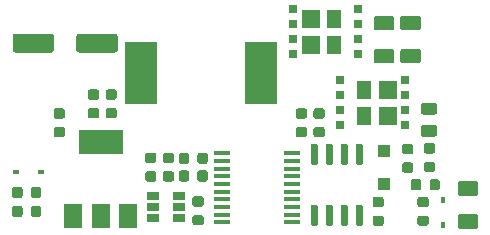
<source format=gbr>
G04 #@! TF.GenerationSoftware,KiCad,Pcbnew,(5.1.2)-2*
G04 #@! TF.CreationDate,2021-10-19T00:11:07+01:00*
G04 #@! TF.ProjectId,HVDCDC,48564443-4443-42e6-9b69-6361645f7063,rev?*
G04 #@! TF.SameCoordinates,Original*
G04 #@! TF.FileFunction,Paste,Top*
G04 #@! TF.FilePolarity,Positive*
%FSLAX46Y46*%
G04 Gerber Fmt 4.6, Leading zero omitted, Abs format (unit mm)*
G04 Created by KiCad (PCBNEW (5.1.2)-2) date 2021-10-19 00:11:07*
%MOMM*%
%LPD*%
G04 APERTURE LIST*
%ADD10C,0.100000*%
%ADD11C,0.875000*%
%ADD12R,1.100000X1.100000*%
%ADD13R,0.600000X0.450000*%
%ADD14R,0.450000X0.600000*%
%ADD15C,0.600000*%
%ADD16C,0.975000*%
%ADD17C,1.250000*%
%ADD18R,1.060000X0.650000*%
%ADD19R,1.450000X0.450000*%
%ADD20R,1.500000X2.000000*%
%ADD21R,3.800000X2.000000*%
%ADD22C,1.600000*%
%ADD23R,2.800000X5.300000*%
%ADD24R,1.200000X1.550000*%
%ADD25R,1.600000X1.550000*%
%ADD26R,0.800000X0.700000*%
G04 APERTURE END LIST*
D10*
G36*
X128277691Y-78551053D02*
G01*
X128298926Y-78554203D01*
X128319750Y-78559419D01*
X128339962Y-78566651D01*
X128359368Y-78575830D01*
X128377781Y-78586866D01*
X128395024Y-78599654D01*
X128410930Y-78614070D01*
X128425346Y-78629976D01*
X128438134Y-78647219D01*
X128449170Y-78665632D01*
X128458349Y-78685038D01*
X128465581Y-78705250D01*
X128470797Y-78726074D01*
X128473947Y-78747309D01*
X128475000Y-78768750D01*
X128475000Y-79206250D01*
X128473947Y-79227691D01*
X128470797Y-79248926D01*
X128465581Y-79269750D01*
X128458349Y-79289962D01*
X128449170Y-79309368D01*
X128438134Y-79327781D01*
X128425346Y-79345024D01*
X128410930Y-79360930D01*
X128395024Y-79375346D01*
X128377781Y-79388134D01*
X128359368Y-79399170D01*
X128339962Y-79408349D01*
X128319750Y-79415581D01*
X128298926Y-79420797D01*
X128277691Y-79423947D01*
X128256250Y-79425000D01*
X127743750Y-79425000D01*
X127722309Y-79423947D01*
X127701074Y-79420797D01*
X127680250Y-79415581D01*
X127660038Y-79408349D01*
X127640632Y-79399170D01*
X127622219Y-79388134D01*
X127604976Y-79375346D01*
X127589070Y-79360930D01*
X127574654Y-79345024D01*
X127561866Y-79327781D01*
X127550830Y-79309368D01*
X127541651Y-79289962D01*
X127534419Y-79269750D01*
X127529203Y-79248926D01*
X127526053Y-79227691D01*
X127525000Y-79206250D01*
X127525000Y-78768750D01*
X127526053Y-78747309D01*
X127529203Y-78726074D01*
X127534419Y-78705250D01*
X127541651Y-78685038D01*
X127550830Y-78665632D01*
X127561866Y-78647219D01*
X127574654Y-78629976D01*
X127589070Y-78614070D01*
X127604976Y-78599654D01*
X127622219Y-78586866D01*
X127640632Y-78575830D01*
X127660038Y-78566651D01*
X127680250Y-78559419D01*
X127701074Y-78554203D01*
X127722309Y-78551053D01*
X127743750Y-78550000D01*
X128256250Y-78550000D01*
X128277691Y-78551053D01*
X128277691Y-78551053D01*
G37*
D11*
X128000000Y-78987500D03*
D10*
G36*
X128277691Y-76976053D02*
G01*
X128298926Y-76979203D01*
X128319750Y-76984419D01*
X128339962Y-76991651D01*
X128359368Y-77000830D01*
X128377781Y-77011866D01*
X128395024Y-77024654D01*
X128410930Y-77039070D01*
X128425346Y-77054976D01*
X128438134Y-77072219D01*
X128449170Y-77090632D01*
X128458349Y-77110038D01*
X128465581Y-77130250D01*
X128470797Y-77151074D01*
X128473947Y-77172309D01*
X128475000Y-77193750D01*
X128475000Y-77631250D01*
X128473947Y-77652691D01*
X128470797Y-77673926D01*
X128465581Y-77694750D01*
X128458349Y-77714962D01*
X128449170Y-77734368D01*
X128438134Y-77752781D01*
X128425346Y-77770024D01*
X128410930Y-77785930D01*
X128395024Y-77800346D01*
X128377781Y-77813134D01*
X128359368Y-77824170D01*
X128339962Y-77833349D01*
X128319750Y-77840581D01*
X128298926Y-77845797D01*
X128277691Y-77848947D01*
X128256250Y-77850000D01*
X127743750Y-77850000D01*
X127722309Y-77848947D01*
X127701074Y-77845797D01*
X127680250Y-77840581D01*
X127660038Y-77833349D01*
X127640632Y-77824170D01*
X127622219Y-77813134D01*
X127604976Y-77800346D01*
X127589070Y-77785930D01*
X127574654Y-77770024D01*
X127561866Y-77752781D01*
X127550830Y-77734368D01*
X127541651Y-77714962D01*
X127534419Y-77694750D01*
X127529203Y-77673926D01*
X127526053Y-77652691D01*
X127525000Y-77631250D01*
X127525000Y-77193750D01*
X127526053Y-77172309D01*
X127529203Y-77151074D01*
X127534419Y-77130250D01*
X127541651Y-77110038D01*
X127550830Y-77090632D01*
X127561866Y-77072219D01*
X127574654Y-77054976D01*
X127589070Y-77039070D01*
X127604976Y-77024654D01*
X127622219Y-77011866D01*
X127640632Y-77000830D01*
X127660038Y-76991651D01*
X127680250Y-76984419D01*
X127701074Y-76979203D01*
X127722309Y-76976053D01*
X127743750Y-76975000D01*
X128256250Y-76975000D01*
X128277691Y-76976053D01*
X128277691Y-76976053D01*
G37*
D11*
X128000000Y-77412500D03*
D10*
G36*
X127052691Y-74776053D02*
G01*
X127073926Y-74779203D01*
X127094750Y-74784419D01*
X127114962Y-74791651D01*
X127134368Y-74800830D01*
X127152781Y-74811866D01*
X127170024Y-74824654D01*
X127185930Y-74839070D01*
X127200346Y-74854976D01*
X127213134Y-74872219D01*
X127224170Y-74890632D01*
X127233349Y-74910038D01*
X127240581Y-74930250D01*
X127245797Y-74951074D01*
X127248947Y-74972309D01*
X127250000Y-74993750D01*
X127250000Y-75506250D01*
X127248947Y-75527691D01*
X127245797Y-75548926D01*
X127240581Y-75569750D01*
X127233349Y-75589962D01*
X127224170Y-75609368D01*
X127213134Y-75627781D01*
X127200346Y-75645024D01*
X127185930Y-75660930D01*
X127170024Y-75675346D01*
X127152781Y-75688134D01*
X127134368Y-75699170D01*
X127114962Y-75708349D01*
X127094750Y-75715581D01*
X127073926Y-75720797D01*
X127052691Y-75723947D01*
X127031250Y-75725000D01*
X126593750Y-75725000D01*
X126572309Y-75723947D01*
X126551074Y-75720797D01*
X126530250Y-75715581D01*
X126510038Y-75708349D01*
X126490632Y-75699170D01*
X126472219Y-75688134D01*
X126454976Y-75675346D01*
X126439070Y-75660930D01*
X126424654Y-75645024D01*
X126411866Y-75627781D01*
X126400830Y-75609368D01*
X126391651Y-75589962D01*
X126384419Y-75569750D01*
X126379203Y-75548926D01*
X126376053Y-75527691D01*
X126375000Y-75506250D01*
X126375000Y-74993750D01*
X126376053Y-74972309D01*
X126379203Y-74951074D01*
X126384419Y-74930250D01*
X126391651Y-74910038D01*
X126400830Y-74890632D01*
X126411866Y-74872219D01*
X126424654Y-74854976D01*
X126439070Y-74839070D01*
X126454976Y-74824654D01*
X126472219Y-74811866D01*
X126490632Y-74800830D01*
X126510038Y-74791651D01*
X126530250Y-74784419D01*
X126551074Y-74779203D01*
X126572309Y-74776053D01*
X126593750Y-74775000D01*
X127031250Y-74775000D01*
X127052691Y-74776053D01*
X127052691Y-74776053D01*
G37*
D11*
X126812500Y-75250000D03*
D10*
G36*
X128627691Y-74776053D02*
G01*
X128648926Y-74779203D01*
X128669750Y-74784419D01*
X128689962Y-74791651D01*
X128709368Y-74800830D01*
X128727781Y-74811866D01*
X128745024Y-74824654D01*
X128760930Y-74839070D01*
X128775346Y-74854976D01*
X128788134Y-74872219D01*
X128799170Y-74890632D01*
X128808349Y-74910038D01*
X128815581Y-74930250D01*
X128820797Y-74951074D01*
X128823947Y-74972309D01*
X128825000Y-74993750D01*
X128825000Y-75506250D01*
X128823947Y-75527691D01*
X128820797Y-75548926D01*
X128815581Y-75569750D01*
X128808349Y-75589962D01*
X128799170Y-75609368D01*
X128788134Y-75627781D01*
X128775346Y-75645024D01*
X128760930Y-75660930D01*
X128745024Y-75675346D01*
X128727781Y-75688134D01*
X128709368Y-75699170D01*
X128689962Y-75708349D01*
X128669750Y-75715581D01*
X128648926Y-75720797D01*
X128627691Y-75723947D01*
X128606250Y-75725000D01*
X128168750Y-75725000D01*
X128147309Y-75723947D01*
X128126074Y-75720797D01*
X128105250Y-75715581D01*
X128085038Y-75708349D01*
X128065632Y-75699170D01*
X128047219Y-75688134D01*
X128029976Y-75675346D01*
X128014070Y-75660930D01*
X127999654Y-75645024D01*
X127986866Y-75627781D01*
X127975830Y-75609368D01*
X127966651Y-75589962D01*
X127959419Y-75569750D01*
X127954203Y-75548926D01*
X127951053Y-75527691D01*
X127950000Y-75506250D01*
X127950000Y-74993750D01*
X127951053Y-74972309D01*
X127954203Y-74951074D01*
X127959419Y-74930250D01*
X127966651Y-74910038D01*
X127975830Y-74890632D01*
X127986866Y-74872219D01*
X127999654Y-74854976D01*
X128014070Y-74839070D01*
X128029976Y-74824654D01*
X128047219Y-74811866D01*
X128065632Y-74800830D01*
X128085038Y-74791651D01*
X128105250Y-74784419D01*
X128126074Y-74779203D01*
X128147309Y-74776053D01*
X128168750Y-74775000D01*
X128606250Y-74775000D01*
X128627691Y-74776053D01*
X128627691Y-74776053D01*
G37*
D11*
X128387500Y-75250000D03*
D10*
G36*
X146027691Y-74101053D02*
G01*
X146048926Y-74104203D01*
X146069750Y-74109419D01*
X146089962Y-74116651D01*
X146109368Y-74125830D01*
X146127781Y-74136866D01*
X146145024Y-74149654D01*
X146160930Y-74164070D01*
X146175346Y-74179976D01*
X146188134Y-74197219D01*
X146199170Y-74215632D01*
X146208349Y-74235038D01*
X146215581Y-74255250D01*
X146220797Y-74276074D01*
X146223947Y-74297309D01*
X146225000Y-74318750D01*
X146225000Y-74756250D01*
X146223947Y-74777691D01*
X146220797Y-74798926D01*
X146215581Y-74819750D01*
X146208349Y-74839962D01*
X146199170Y-74859368D01*
X146188134Y-74877781D01*
X146175346Y-74895024D01*
X146160930Y-74910930D01*
X146145024Y-74925346D01*
X146127781Y-74938134D01*
X146109368Y-74949170D01*
X146089962Y-74958349D01*
X146069750Y-74965581D01*
X146048926Y-74970797D01*
X146027691Y-74973947D01*
X146006250Y-74975000D01*
X145493750Y-74975000D01*
X145472309Y-74973947D01*
X145451074Y-74970797D01*
X145430250Y-74965581D01*
X145410038Y-74958349D01*
X145390632Y-74949170D01*
X145372219Y-74938134D01*
X145354976Y-74925346D01*
X145339070Y-74910930D01*
X145324654Y-74895024D01*
X145311866Y-74877781D01*
X145300830Y-74859368D01*
X145291651Y-74839962D01*
X145284419Y-74819750D01*
X145279203Y-74798926D01*
X145276053Y-74777691D01*
X145275000Y-74756250D01*
X145275000Y-74318750D01*
X145276053Y-74297309D01*
X145279203Y-74276074D01*
X145284419Y-74255250D01*
X145291651Y-74235038D01*
X145300830Y-74215632D01*
X145311866Y-74197219D01*
X145324654Y-74179976D01*
X145339070Y-74164070D01*
X145354976Y-74149654D01*
X145372219Y-74136866D01*
X145390632Y-74125830D01*
X145410038Y-74116651D01*
X145430250Y-74109419D01*
X145451074Y-74104203D01*
X145472309Y-74101053D01*
X145493750Y-74100000D01*
X146006250Y-74100000D01*
X146027691Y-74101053D01*
X146027691Y-74101053D01*
G37*
D11*
X145750000Y-74537500D03*
D10*
G36*
X146027691Y-72526053D02*
G01*
X146048926Y-72529203D01*
X146069750Y-72534419D01*
X146089962Y-72541651D01*
X146109368Y-72550830D01*
X146127781Y-72561866D01*
X146145024Y-72574654D01*
X146160930Y-72589070D01*
X146175346Y-72604976D01*
X146188134Y-72622219D01*
X146199170Y-72640632D01*
X146208349Y-72660038D01*
X146215581Y-72680250D01*
X146220797Y-72701074D01*
X146223947Y-72722309D01*
X146225000Y-72743750D01*
X146225000Y-73181250D01*
X146223947Y-73202691D01*
X146220797Y-73223926D01*
X146215581Y-73244750D01*
X146208349Y-73264962D01*
X146199170Y-73284368D01*
X146188134Y-73302781D01*
X146175346Y-73320024D01*
X146160930Y-73335930D01*
X146145024Y-73350346D01*
X146127781Y-73363134D01*
X146109368Y-73374170D01*
X146089962Y-73383349D01*
X146069750Y-73390581D01*
X146048926Y-73395797D01*
X146027691Y-73398947D01*
X146006250Y-73400000D01*
X145493750Y-73400000D01*
X145472309Y-73398947D01*
X145451074Y-73395797D01*
X145430250Y-73390581D01*
X145410038Y-73383349D01*
X145390632Y-73374170D01*
X145372219Y-73363134D01*
X145354976Y-73350346D01*
X145339070Y-73335930D01*
X145324654Y-73320024D01*
X145311866Y-73302781D01*
X145300830Y-73284368D01*
X145291651Y-73264962D01*
X145284419Y-73244750D01*
X145279203Y-73223926D01*
X145276053Y-73202691D01*
X145275000Y-73181250D01*
X145275000Y-72743750D01*
X145276053Y-72722309D01*
X145279203Y-72701074D01*
X145284419Y-72680250D01*
X145291651Y-72660038D01*
X145300830Y-72640632D01*
X145311866Y-72622219D01*
X145324654Y-72604976D01*
X145339070Y-72589070D01*
X145354976Y-72574654D01*
X145372219Y-72561866D01*
X145390632Y-72550830D01*
X145410038Y-72541651D01*
X145430250Y-72534419D01*
X145451074Y-72529203D01*
X145472309Y-72526053D01*
X145493750Y-72525000D01*
X146006250Y-72525000D01*
X146027691Y-72526053D01*
X146027691Y-72526053D01*
G37*
D11*
X145750000Y-72962500D03*
D10*
G36*
X148277691Y-75526053D02*
G01*
X148298926Y-75529203D01*
X148319750Y-75534419D01*
X148339962Y-75541651D01*
X148359368Y-75550830D01*
X148377781Y-75561866D01*
X148395024Y-75574654D01*
X148410930Y-75589070D01*
X148425346Y-75604976D01*
X148438134Y-75622219D01*
X148449170Y-75640632D01*
X148458349Y-75660038D01*
X148465581Y-75680250D01*
X148470797Y-75701074D01*
X148473947Y-75722309D01*
X148475000Y-75743750D01*
X148475000Y-76256250D01*
X148473947Y-76277691D01*
X148470797Y-76298926D01*
X148465581Y-76319750D01*
X148458349Y-76339962D01*
X148449170Y-76359368D01*
X148438134Y-76377781D01*
X148425346Y-76395024D01*
X148410930Y-76410930D01*
X148395024Y-76425346D01*
X148377781Y-76438134D01*
X148359368Y-76449170D01*
X148339962Y-76458349D01*
X148319750Y-76465581D01*
X148298926Y-76470797D01*
X148277691Y-76473947D01*
X148256250Y-76475000D01*
X147818750Y-76475000D01*
X147797309Y-76473947D01*
X147776074Y-76470797D01*
X147755250Y-76465581D01*
X147735038Y-76458349D01*
X147715632Y-76449170D01*
X147697219Y-76438134D01*
X147679976Y-76425346D01*
X147664070Y-76410930D01*
X147649654Y-76395024D01*
X147636866Y-76377781D01*
X147625830Y-76359368D01*
X147616651Y-76339962D01*
X147609419Y-76319750D01*
X147604203Y-76298926D01*
X147601053Y-76277691D01*
X147600000Y-76256250D01*
X147600000Y-75743750D01*
X147601053Y-75722309D01*
X147604203Y-75701074D01*
X147609419Y-75680250D01*
X147616651Y-75660038D01*
X147625830Y-75640632D01*
X147636866Y-75622219D01*
X147649654Y-75604976D01*
X147664070Y-75589070D01*
X147679976Y-75574654D01*
X147697219Y-75561866D01*
X147715632Y-75550830D01*
X147735038Y-75541651D01*
X147755250Y-75534419D01*
X147776074Y-75529203D01*
X147797309Y-75526053D01*
X147818750Y-75525000D01*
X148256250Y-75525000D01*
X148277691Y-75526053D01*
X148277691Y-75526053D01*
G37*
D11*
X148037500Y-76000000D03*
D10*
G36*
X146702691Y-75526053D02*
G01*
X146723926Y-75529203D01*
X146744750Y-75534419D01*
X146764962Y-75541651D01*
X146784368Y-75550830D01*
X146802781Y-75561866D01*
X146820024Y-75574654D01*
X146835930Y-75589070D01*
X146850346Y-75604976D01*
X146863134Y-75622219D01*
X146874170Y-75640632D01*
X146883349Y-75660038D01*
X146890581Y-75680250D01*
X146895797Y-75701074D01*
X146898947Y-75722309D01*
X146900000Y-75743750D01*
X146900000Y-76256250D01*
X146898947Y-76277691D01*
X146895797Y-76298926D01*
X146890581Y-76319750D01*
X146883349Y-76339962D01*
X146874170Y-76359368D01*
X146863134Y-76377781D01*
X146850346Y-76395024D01*
X146835930Y-76410930D01*
X146820024Y-76425346D01*
X146802781Y-76438134D01*
X146784368Y-76449170D01*
X146764962Y-76458349D01*
X146744750Y-76465581D01*
X146723926Y-76470797D01*
X146702691Y-76473947D01*
X146681250Y-76475000D01*
X146243750Y-76475000D01*
X146222309Y-76473947D01*
X146201074Y-76470797D01*
X146180250Y-76465581D01*
X146160038Y-76458349D01*
X146140632Y-76449170D01*
X146122219Y-76438134D01*
X146104976Y-76425346D01*
X146089070Y-76410930D01*
X146074654Y-76395024D01*
X146061866Y-76377781D01*
X146050830Y-76359368D01*
X146041651Y-76339962D01*
X146034419Y-76319750D01*
X146029203Y-76298926D01*
X146026053Y-76277691D01*
X146025000Y-76256250D01*
X146025000Y-75743750D01*
X146026053Y-75722309D01*
X146029203Y-75701074D01*
X146034419Y-75680250D01*
X146041651Y-75660038D01*
X146050830Y-75640632D01*
X146061866Y-75622219D01*
X146074654Y-75604976D01*
X146089070Y-75589070D01*
X146104976Y-75574654D01*
X146122219Y-75561866D01*
X146140632Y-75550830D01*
X146160038Y-75541651D01*
X146180250Y-75534419D01*
X146201074Y-75529203D01*
X146222309Y-75526053D01*
X146243750Y-75525000D01*
X146681250Y-75525000D01*
X146702691Y-75526053D01*
X146702691Y-75526053D01*
G37*
D11*
X146462500Y-76000000D03*
D10*
G36*
X112952691Y-77776053D02*
G01*
X112973926Y-77779203D01*
X112994750Y-77784419D01*
X113014962Y-77791651D01*
X113034368Y-77800830D01*
X113052781Y-77811866D01*
X113070024Y-77824654D01*
X113085930Y-77839070D01*
X113100346Y-77854976D01*
X113113134Y-77872219D01*
X113124170Y-77890632D01*
X113133349Y-77910038D01*
X113140581Y-77930250D01*
X113145797Y-77951074D01*
X113148947Y-77972309D01*
X113150000Y-77993750D01*
X113150000Y-78506250D01*
X113148947Y-78527691D01*
X113145797Y-78548926D01*
X113140581Y-78569750D01*
X113133349Y-78589962D01*
X113124170Y-78609368D01*
X113113134Y-78627781D01*
X113100346Y-78645024D01*
X113085930Y-78660930D01*
X113070024Y-78675346D01*
X113052781Y-78688134D01*
X113034368Y-78699170D01*
X113014962Y-78708349D01*
X112994750Y-78715581D01*
X112973926Y-78720797D01*
X112952691Y-78723947D01*
X112931250Y-78725000D01*
X112493750Y-78725000D01*
X112472309Y-78723947D01*
X112451074Y-78720797D01*
X112430250Y-78715581D01*
X112410038Y-78708349D01*
X112390632Y-78699170D01*
X112372219Y-78688134D01*
X112354976Y-78675346D01*
X112339070Y-78660930D01*
X112324654Y-78645024D01*
X112311866Y-78627781D01*
X112300830Y-78609368D01*
X112291651Y-78589962D01*
X112284419Y-78569750D01*
X112279203Y-78548926D01*
X112276053Y-78527691D01*
X112275000Y-78506250D01*
X112275000Y-77993750D01*
X112276053Y-77972309D01*
X112279203Y-77951074D01*
X112284419Y-77930250D01*
X112291651Y-77910038D01*
X112300830Y-77890632D01*
X112311866Y-77872219D01*
X112324654Y-77854976D01*
X112339070Y-77839070D01*
X112354976Y-77824654D01*
X112372219Y-77811866D01*
X112390632Y-77800830D01*
X112410038Y-77791651D01*
X112430250Y-77784419D01*
X112451074Y-77779203D01*
X112472309Y-77776053D01*
X112493750Y-77775000D01*
X112931250Y-77775000D01*
X112952691Y-77776053D01*
X112952691Y-77776053D01*
G37*
D11*
X112712500Y-78250000D03*
D10*
G36*
X114527691Y-77776053D02*
G01*
X114548926Y-77779203D01*
X114569750Y-77784419D01*
X114589962Y-77791651D01*
X114609368Y-77800830D01*
X114627781Y-77811866D01*
X114645024Y-77824654D01*
X114660930Y-77839070D01*
X114675346Y-77854976D01*
X114688134Y-77872219D01*
X114699170Y-77890632D01*
X114708349Y-77910038D01*
X114715581Y-77930250D01*
X114720797Y-77951074D01*
X114723947Y-77972309D01*
X114725000Y-77993750D01*
X114725000Y-78506250D01*
X114723947Y-78527691D01*
X114720797Y-78548926D01*
X114715581Y-78569750D01*
X114708349Y-78589962D01*
X114699170Y-78609368D01*
X114688134Y-78627781D01*
X114675346Y-78645024D01*
X114660930Y-78660930D01*
X114645024Y-78675346D01*
X114627781Y-78688134D01*
X114609368Y-78699170D01*
X114589962Y-78708349D01*
X114569750Y-78715581D01*
X114548926Y-78720797D01*
X114527691Y-78723947D01*
X114506250Y-78725000D01*
X114068750Y-78725000D01*
X114047309Y-78723947D01*
X114026074Y-78720797D01*
X114005250Y-78715581D01*
X113985038Y-78708349D01*
X113965632Y-78699170D01*
X113947219Y-78688134D01*
X113929976Y-78675346D01*
X113914070Y-78660930D01*
X113899654Y-78645024D01*
X113886866Y-78627781D01*
X113875830Y-78609368D01*
X113866651Y-78589962D01*
X113859419Y-78569750D01*
X113854203Y-78548926D01*
X113851053Y-78527691D01*
X113850000Y-78506250D01*
X113850000Y-77993750D01*
X113851053Y-77972309D01*
X113854203Y-77951074D01*
X113859419Y-77930250D01*
X113866651Y-77910038D01*
X113875830Y-77890632D01*
X113886866Y-77872219D01*
X113899654Y-77854976D01*
X113914070Y-77839070D01*
X113929976Y-77824654D01*
X113947219Y-77811866D01*
X113965632Y-77800830D01*
X113985038Y-77791651D01*
X114005250Y-77784419D01*
X114026074Y-77779203D01*
X114047309Y-77776053D01*
X114068750Y-77775000D01*
X114506250Y-77775000D01*
X114527691Y-77776053D01*
X114527691Y-77776053D01*
G37*
D11*
X114287500Y-78250000D03*
D10*
G36*
X127052691Y-73276053D02*
G01*
X127073926Y-73279203D01*
X127094750Y-73284419D01*
X127114962Y-73291651D01*
X127134368Y-73300830D01*
X127152781Y-73311866D01*
X127170024Y-73324654D01*
X127185930Y-73339070D01*
X127200346Y-73354976D01*
X127213134Y-73372219D01*
X127224170Y-73390632D01*
X127233349Y-73410038D01*
X127240581Y-73430250D01*
X127245797Y-73451074D01*
X127248947Y-73472309D01*
X127250000Y-73493750D01*
X127250000Y-74006250D01*
X127248947Y-74027691D01*
X127245797Y-74048926D01*
X127240581Y-74069750D01*
X127233349Y-74089962D01*
X127224170Y-74109368D01*
X127213134Y-74127781D01*
X127200346Y-74145024D01*
X127185930Y-74160930D01*
X127170024Y-74175346D01*
X127152781Y-74188134D01*
X127134368Y-74199170D01*
X127114962Y-74208349D01*
X127094750Y-74215581D01*
X127073926Y-74220797D01*
X127052691Y-74223947D01*
X127031250Y-74225000D01*
X126593750Y-74225000D01*
X126572309Y-74223947D01*
X126551074Y-74220797D01*
X126530250Y-74215581D01*
X126510038Y-74208349D01*
X126490632Y-74199170D01*
X126472219Y-74188134D01*
X126454976Y-74175346D01*
X126439070Y-74160930D01*
X126424654Y-74145024D01*
X126411866Y-74127781D01*
X126400830Y-74109368D01*
X126391651Y-74089962D01*
X126384419Y-74069750D01*
X126379203Y-74048926D01*
X126376053Y-74027691D01*
X126375000Y-74006250D01*
X126375000Y-73493750D01*
X126376053Y-73472309D01*
X126379203Y-73451074D01*
X126384419Y-73430250D01*
X126391651Y-73410038D01*
X126400830Y-73390632D01*
X126411866Y-73372219D01*
X126424654Y-73354976D01*
X126439070Y-73339070D01*
X126454976Y-73324654D01*
X126472219Y-73311866D01*
X126490632Y-73300830D01*
X126510038Y-73291651D01*
X126530250Y-73284419D01*
X126551074Y-73279203D01*
X126572309Y-73276053D01*
X126593750Y-73275000D01*
X127031250Y-73275000D01*
X127052691Y-73276053D01*
X127052691Y-73276053D01*
G37*
D11*
X126812500Y-73750000D03*
D10*
G36*
X128627691Y-73276053D02*
G01*
X128648926Y-73279203D01*
X128669750Y-73284419D01*
X128689962Y-73291651D01*
X128709368Y-73300830D01*
X128727781Y-73311866D01*
X128745024Y-73324654D01*
X128760930Y-73339070D01*
X128775346Y-73354976D01*
X128788134Y-73372219D01*
X128799170Y-73390632D01*
X128808349Y-73410038D01*
X128815581Y-73430250D01*
X128820797Y-73451074D01*
X128823947Y-73472309D01*
X128825000Y-73493750D01*
X128825000Y-74006250D01*
X128823947Y-74027691D01*
X128820797Y-74048926D01*
X128815581Y-74069750D01*
X128808349Y-74089962D01*
X128799170Y-74109368D01*
X128788134Y-74127781D01*
X128775346Y-74145024D01*
X128760930Y-74160930D01*
X128745024Y-74175346D01*
X128727781Y-74188134D01*
X128709368Y-74199170D01*
X128689962Y-74208349D01*
X128669750Y-74215581D01*
X128648926Y-74220797D01*
X128627691Y-74223947D01*
X128606250Y-74225000D01*
X128168750Y-74225000D01*
X128147309Y-74223947D01*
X128126074Y-74220797D01*
X128105250Y-74215581D01*
X128085038Y-74208349D01*
X128065632Y-74199170D01*
X128047219Y-74188134D01*
X128029976Y-74175346D01*
X128014070Y-74160930D01*
X127999654Y-74145024D01*
X127986866Y-74127781D01*
X127975830Y-74109368D01*
X127966651Y-74089962D01*
X127959419Y-74069750D01*
X127954203Y-74048926D01*
X127951053Y-74027691D01*
X127950000Y-74006250D01*
X127950000Y-73493750D01*
X127951053Y-73472309D01*
X127954203Y-73451074D01*
X127959419Y-73430250D01*
X127966651Y-73410038D01*
X127975830Y-73390632D01*
X127986866Y-73372219D01*
X127999654Y-73354976D01*
X128014070Y-73339070D01*
X128029976Y-73324654D01*
X128047219Y-73311866D01*
X128065632Y-73300830D01*
X128085038Y-73291651D01*
X128105250Y-73284419D01*
X128126074Y-73279203D01*
X128147309Y-73276053D01*
X128168750Y-73275000D01*
X128606250Y-73275000D01*
X128627691Y-73276053D01*
X128627691Y-73276053D01*
G37*
D11*
X128387500Y-73750000D03*
D10*
G36*
X138527691Y-69526053D02*
G01*
X138548926Y-69529203D01*
X138569750Y-69534419D01*
X138589962Y-69541651D01*
X138609368Y-69550830D01*
X138627781Y-69561866D01*
X138645024Y-69574654D01*
X138660930Y-69589070D01*
X138675346Y-69604976D01*
X138688134Y-69622219D01*
X138699170Y-69640632D01*
X138708349Y-69660038D01*
X138715581Y-69680250D01*
X138720797Y-69701074D01*
X138723947Y-69722309D01*
X138725000Y-69743750D01*
X138725000Y-70181250D01*
X138723947Y-70202691D01*
X138720797Y-70223926D01*
X138715581Y-70244750D01*
X138708349Y-70264962D01*
X138699170Y-70284368D01*
X138688134Y-70302781D01*
X138675346Y-70320024D01*
X138660930Y-70335930D01*
X138645024Y-70350346D01*
X138627781Y-70363134D01*
X138609368Y-70374170D01*
X138589962Y-70383349D01*
X138569750Y-70390581D01*
X138548926Y-70395797D01*
X138527691Y-70398947D01*
X138506250Y-70400000D01*
X137993750Y-70400000D01*
X137972309Y-70398947D01*
X137951074Y-70395797D01*
X137930250Y-70390581D01*
X137910038Y-70383349D01*
X137890632Y-70374170D01*
X137872219Y-70363134D01*
X137854976Y-70350346D01*
X137839070Y-70335930D01*
X137824654Y-70320024D01*
X137811866Y-70302781D01*
X137800830Y-70284368D01*
X137791651Y-70264962D01*
X137784419Y-70244750D01*
X137779203Y-70223926D01*
X137776053Y-70202691D01*
X137775000Y-70181250D01*
X137775000Y-69743750D01*
X137776053Y-69722309D01*
X137779203Y-69701074D01*
X137784419Y-69680250D01*
X137791651Y-69660038D01*
X137800830Y-69640632D01*
X137811866Y-69622219D01*
X137824654Y-69604976D01*
X137839070Y-69589070D01*
X137854976Y-69574654D01*
X137872219Y-69561866D01*
X137890632Y-69550830D01*
X137910038Y-69541651D01*
X137930250Y-69534419D01*
X137951074Y-69529203D01*
X137972309Y-69526053D01*
X137993750Y-69525000D01*
X138506250Y-69525000D01*
X138527691Y-69526053D01*
X138527691Y-69526053D01*
G37*
D11*
X138250000Y-69962500D03*
D10*
G36*
X138527691Y-71101053D02*
G01*
X138548926Y-71104203D01*
X138569750Y-71109419D01*
X138589962Y-71116651D01*
X138609368Y-71125830D01*
X138627781Y-71136866D01*
X138645024Y-71149654D01*
X138660930Y-71164070D01*
X138675346Y-71179976D01*
X138688134Y-71197219D01*
X138699170Y-71215632D01*
X138708349Y-71235038D01*
X138715581Y-71255250D01*
X138720797Y-71276074D01*
X138723947Y-71297309D01*
X138725000Y-71318750D01*
X138725000Y-71756250D01*
X138723947Y-71777691D01*
X138720797Y-71798926D01*
X138715581Y-71819750D01*
X138708349Y-71839962D01*
X138699170Y-71859368D01*
X138688134Y-71877781D01*
X138675346Y-71895024D01*
X138660930Y-71910930D01*
X138645024Y-71925346D01*
X138627781Y-71938134D01*
X138609368Y-71949170D01*
X138589962Y-71958349D01*
X138569750Y-71965581D01*
X138548926Y-71970797D01*
X138527691Y-71973947D01*
X138506250Y-71975000D01*
X137993750Y-71975000D01*
X137972309Y-71973947D01*
X137951074Y-71970797D01*
X137930250Y-71965581D01*
X137910038Y-71958349D01*
X137890632Y-71949170D01*
X137872219Y-71938134D01*
X137854976Y-71925346D01*
X137839070Y-71910930D01*
X137824654Y-71895024D01*
X137811866Y-71877781D01*
X137800830Y-71859368D01*
X137791651Y-71839962D01*
X137784419Y-71819750D01*
X137779203Y-71798926D01*
X137776053Y-71777691D01*
X137775000Y-71756250D01*
X137775000Y-71318750D01*
X137776053Y-71297309D01*
X137779203Y-71276074D01*
X137784419Y-71255250D01*
X137791651Y-71235038D01*
X137800830Y-71215632D01*
X137811866Y-71197219D01*
X137824654Y-71179976D01*
X137839070Y-71164070D01*
X137854976Y-71149654D01*
X137872219Y-71136866D01*
X137890632Y-71125830D01*
X137910038Y-71116651D01*
X137930250Y-71109419D01*
X137951074Y-71104203D01*
X137972309Y-71101053D01*
X137993750Y-71100000D01*
X138506250Y-71100000D01*
X138527691Y-71101053D01*
X138527691Y-71101053D01*
G37*
D11*
X138250000Y-71537500D03*
D10*
G36*
X143527691Y-77026053D02*
G01*
X143548926Y-77029203D01*
X143569750Y-77034419D01*
X143589962Y-77041651D01*
X143609368Y-77050830D01*
X143627781Y-77061866D01*
X143645024Y-77074654D01*
X143660930Y-77089070D01*
X143675346Y-77104976D01*
X143688134Y-77122219D01*
X143699170Y-77140632D01*
X143708349Y-77160038D01*
X143715581Y-77180250D01*
X143720797Y-77201074D01*
X143723947Y-77222309D01*
X143725000Y-77243750D01*
X143725000Y-77681250D01*
X143723947Y-77702691D01*
X143720797Y-77723926D01*
X143715581Y-77744750D01*
X143708349Y-77764962D01*
X143699170Y-77784368D01*
X143688134Y-77802781D01*
X143675346Y-77820024D01*
X143660930Y-77835930D01*
X143645024Y-77850346D01*
X143627781Y-77863134D01*
X143609368Y-77874170D01*
X143589962Y-77883349D01*
X143569750Y-77890581D01*
X143548926Y-77895797D01*
X143527691Y-77898947D01*
X143506250Y-77900000D01*
X142993750Y-77900000D01*
X142972309Y-77898947D01*
X142951074Y-77895797D01*
X142930250Y-77890581D01*
X142910038Y-77883349D01*
X142890632Y-77874170D01*
X142872219Y-77863134D01*
X142854976Y-77850346D01*
X142839070Y-77835930D01*
X142824654Y-77820024D01*
X142811866Y-77802781D01*
X142800830Y-77784368D01*
X142791651Y-77764962D01*
X142784419Y-77744750D01*
X142779203Y-77723926D01*
X142776053Y-77702691D01*
X142775000Y-77681250D01*
X142775000Y-77243750D01*
X142776053Y-77222309D01*
X142779203Y-77201074D01*
X142784419Y-77180250D01*
X142791651Y-77160038D01*
X142800830Y-77140632D01*
X142811866Y-77122219D01*
X142824654Y-77104976D01*
X142839070Y-77089070D01*
X142854976Y-77074654D01*
X142872219Y-77061866D01*
X142890632Y-77050830D01*
X142910038Y-77041651D01*
X142930250Y-77034419D01*
X142951074Y-77029203D01*
X142972309Y-77026053D01*
X142993750Y-77025000D01*
X143506250Y-77025000D01*
X143527691Y-77026053D01*
X143527691Y-77026053D01*
G37*
D11*
X143250000Y-77462500D03*
D10*
G36*
X143527691Y-78601053D02*
G01*
X143548926Y-78604203D01*
X143569750Y-78609419D01*
X143589962Y-78616651D01*
X143609368Y-78625830D01*
X143627781Y-78636866D01*
X143645024Y-78649654D01*
X143660930Y-78664070D01*
X143675346Y-78679976D01*
X143688134Y-78697219D01*
X143699170Y-78715632D01*
X143708349Y-78735038D01*
X143715581Y-78755250D01*
X143720797Y-78776074D01*
X143723947Y-78797309D01*
X143725000Y-78818750D01*
X143725000Y-79256250D01*
X143723947Y-79277691D01*
X143720797Y-79298926D01*
X143715581Y-79319750D01*
X143708349Y-79339962D01*
X143699170Y-79359368D01*
X143688134Y-79377781D01*
X143675346Y-79395024D01*
X143660930Y-79410930D01*
X143645024Y-79425346D01*
X143627781Y-79438134D01*
X143609368Y-79449170D01*
X143589962Y-79458349D01*
X143569750Y-79465581D01*
X143548926Y-79470797D01*
X143527691Y-79473947D01*
X143506250Y-79475000D01*
X142993750Y-79475000D01*
X142972309Y-79473947D01*
X142951074Y-79470797D01*
X142930250Y-79465581D01*
X142910038Y-79458349D01*
X142890632Y-79449170D01*
X142872219Y-79438134D01*
X142854976Y-79425346D01*
X142839070Y-79410930D01*
X142824654Y-79395024D01*
X142811866Y-79377781D01*
X142800830Y-79359368D01*
X142791651Y-79339962D01*
X142784419Y-79319750D01*
X142779203Y-79298926D01*
X142776053Y-79277691D01*
X142775000Y-79256250D01*
X142775000Y-78818750D01*
X142776053Y-78797309D01*
X142779203Y-78776074D01*
X142784419Y-78755250D01*
X142791651Y-78735038D01*
X142800830Y-78715632D01*
X142811866Y-78697219D01*
X142824654Y-78679976D01*
X142839070Y-78664070D01*
X142854976Y-78649654D01*
X142872219Y-78636866D01*
X142890632Y-78625830D01*
X142910038Y-78616651D01*
X142930250Y-78609419D01*
X142951074Y-78604203D01*
X142972309Y-78601053D01*
X142993750Y-78600000D01*
X143506250Y-78600000D01*
X143527691Y-78601053D01*
X143527691Y-78601053D01*
G37*
D11*
X143250000Y-79037500D03*
D12*
X143750000Y-73100000D03*
X143750000Y-75900000D03*
D10*
G36*
X119427691Y-69501053D02*
G01*
X119448926Y-69504203D01*
X119469750Y-69509419D01*
X119489962Y-69516651D01*
X119509368Y-69525830D01*
X119527781Y-69536866D01*
X119545024Y-69549654D01*
X119560930Y-69564070D01*
X119575346Y-69579976D01*
X119588134Y-69597219D01*
X119599170Y-69615632D01*
X119608349Y-69635038D01*
X119615581Y-69655250D01*
X119620797Y-69676074D01*
X119623947Y-69697309D01*
X119625000Y-69718750D01*
X119625000Y-70156250D01*
X119623947Y-70177691D01*
X119620797Y-70198926D01*
X119615581Y-70219750D01*
X119608349Y-70239962D01*
X119599170Y-70259368D01*
X119588134Y-70277781D01*
X119575346Y-70295024D01*
X119560930Y-70310930D01*
X119545024Y-70325346D01*
X119527781Y-70338134D01*
X119509368Y-70349170D01*
X119489962Y-70358349D01*
X119469750Y-70365581D01*
X119448926Y-70370797D01*
X119427691Y-70373947D01*
X119406250Y-70375000D01*
X118893750Y-70375000D01*
X118872309Y-70373947D01*
X118851074Y-70370797D01*
X118830250Y-70365581D01*
X118810038Y-70358349D01*
X118790632Y-70349170D01*
X118772219Y-70338134D01*
X118754976Y-70325346D01*
X118739070Y-70310930D01*
X118724654Y-70295024D01*
X118711866Y-70277781D01*
X118700830Y-70259368D01*
X118691651Y-70239962D01*
X118684419Y-70219750D01*
X118679203Y-70198926D01*
X118676053Y-70177691D01*
X118675000Y-70156250D01*
X118675000Y-69718750D01*
X118676053Y-69697309D01*
X118679203Y-69676074D01*
X118684419Y-69655250D01*
X118691651Y-69635038D01*
X118700830Y-69615632D01*
X118711866Y-69597219D01*
X118724654Y-69579976D01*
X118739070Y-69564070D01*
X118754976Y-69549654D01*
X118772219Y-69536866D01*
X118790632Y-69525830D01*
X118810038Y-69516651D01*
X118830250Y-69509419D01*
X118851074Y-69504203D01*
X118872309Y-69501053D01*
X118893750Y-69500000D01*
X119406250Y-69500000D01*
X119427691Y-69501053D01*
X119427691Y-69501053D01*
G37*
D11*
X119150000Y-69937500D03*
D10*
G36*
X119427691Y-67926053D02*
G01*
X119448926Y-67929203D01*
X119469750Y-67934419D01*
X119489962Y-67941651D01*
X119509368Y-67950830D01*
X119527781Y-67961866D01*
X119545024Y-67974654D01*
X119560930Y-67989070D01*
X119575346Y-68004976D01*
X119588134Y-68022219D01*
X119599170Y-68040632D01*
X119608349Y-68060038D01*
X119615581Y-68080250D01*
X119620797Y-68101074D01*
X119623947Y-68122309D01*
X119625000Y-68143750D01*
X119625000Y-68581250D01*
X119623947Y-68602691D01*
X119620797Y-68623926D01*
X119615581Y-68644750D01*
X119608349Y-68664962D01*
X119599170Y-68684368D01*
X119588134Y-68702781D01*
X119575346Y-68720024D01*
X119560930Y-68735930D01*
X119545024Y-68750346D01*
X119527781Y-68763134D01*
X119509368Y-68774170D01*
X119489962Y-68783349D01*
X119469750Y-68790581D01*
X119448926Y-68795797D01*
X119427691Y-68798947D01*
X119406250Y-68800000D01*
X118893750Y-68800000D01*
X118872309Y-68798947D01*
X118851074Y-68795797D01*
X118830250Y-68790581D01*
X118810038Y-68783349D01*
X118790632Y-68774170D01*
X118772219Y-68763134D01*
X118754976Y-68750346D01*
X118739070Y-68735930D01*
X118724654Y-68720024D01*
X118711866Y-68702781D01*
X118700830Y-68684368D01*
X118691651Y-68664962D01*
X118684419Y-68644750D01*
X118679203Y-68623926D01*
X118676053Y-68602691D01*
X118675000Y-68581250D01*
X118675000Y-68143750D01*
X118676053Y-68122309D01*
X118679203Y-68101074D01*
X118684419Y-68080250D01*
X118691651Y-68060038D01*
X118700830Y-68040632D01*
X118711866Y-68022219D01*
X118724654Y-68004976D01*
X118739070Y-67989070D01*
X118754976Y-67974654D01*
X118772219Y-67961866D01*
X118790632Y-67950830D01*
X118810038Y-67941651D01*
X118830250Y-67934419D01*
X118851074Y-67929203D01*
X118872309Y-67926053D01*
X118893750Y-67925000D01*
X119406250Y-67925000D01*
X119427691Y-67926053D01*
X119427691Y-67926053D01*
G37*
D11*
X119150000Y-68362500D03*
D10*
G36*
X114527691Y-76176053D02*
G01*
X114548926Y-76179203D01*
X114569750Y-76184419D01*
X114589962Y-76191651D01*
X114609368Y-76200830D01*
X114627781Y-76211866D01*
X114645024Y-76224654D01*
X114660930Y-76239070D01*
X114675346Y-76254976D01*
X114688134Y-76272219D01*
X114699170Y-76290632D01*
X114708349Y-76310038D01*
X114715581Y-76330250D01*
X114720797Y-76351074D01*
X114723947Y-76372309D01*
X114725000Y-76393750D01*
X114725000Y-76906250D01*
X114723947Y-76927691D01*
X114720797Y-76948926D01*
X114715581Y-76969750D01*
X114708349Y-76989962D01*
X114699170Y-77009368D01*
X114688134Y-77027781D01*
X114675346Y-77045024D01*
X114660930Y-77060930D01*
X114645024Y-77075346D01*
X114627781Y-77088134D01*
X114609368Y-77099170D01*
X114589962Y-77108349D01*
X114569750Y-77115581D01*
X114548926Y-77120797D01*
X114527691Y-77123947D01*
X114506250Y-77125000D01*
X114068750Y-77125000D01*
X114047309Y-77123947D01*
X114026074Y-77120797D01*
X114005250Y-77115581D01*
X113985038Y-77108349D01*
X113965632Y-77099170D01*
X113947219Y-77088134D01*
X113929976Y-77075346D01*
X113914070Y-77060930D01*
X113899654Y-77045024D01*
X113886866Y-77027781D01*
X113875830Y-77009368D01*
X113866651Y-76989962D01*
X113859419Y-76969750D01*
X113854203Y-76948926D01*
X113851053Y-76927691D01*
X113850000Y-76906250D01*
X113850000Y-76393750D01*
X113851053Y-76372309D01*
X113854203Y-76351074D01*
X113859419Y-76330250D01*
X113866651Y-76310038D01*
X113875830Y-76290632D01*
X113886866Y-76272219D01*
X113899654Y-76254976D01*
X113914070Y-76239070D01*
X113929976Y-76224654D01*
X113947219Y-76211866D01*
X113965632Y-76200830D01*
X113985038Y-76191651D01*
X114005250Y-76184419D01*
X114026074Y-76179203D01*
X114047309Y-76176053D01*
X114068750Y-76175000D01*
X114506250Y-76175000D01*
X114527691Y-76176053D01*
X114527691Y-76176053D01*
G37*
D11*
X114287500Y-76650000D03*
D10*
G36*
X112952691Y-76176053D02*
G01*
X112973926Y-76179203D01*
X112994750Y-76184419D01*
X113014962Y-76191651D01*
X113034368Y-76200830D01*
X113052781Y-76211866D01*
X113070024Y-76224654D01*
X113085930Y-76239070D01*
X113100346Y-76254976D01*
X113113134Y-76272219D01*
X113124170Y-76290632D01*
X113133349Y-76310038D01*
X113140581Y-76330250D01*
X113145797Y-76351074D01*
X113148947Y-76372309D01*
X113150000Y-76393750D01*
X113150000Y-76906250D01*
X113148947Y-76927691D01*
X113145797Y-76948926D01*
X113140581Y-76969750D01*
X113133349Y-76989962D01*
X113124170Y-77009368D01*
X113113134Y-77027781D01*
X113100346Y-77045024D01*
X113085930Y-77060930D01*
X113070024Y-77075346D01*
X113052781Y-77088134D01*
X113034368Y-77099170D01*
X113014962Y-77108349D01*
X112994750Y-77115581D01*
X112973926Y-77120797D01*
X112952691Y-77123947D01*
X112931250Y-77125000D01*
X112493750Y-77125000D01*
X112472309Y-77123947D01*
X112451074Y-77120797D01*
X112430250Y-77115581D01*
X112410038Y-77108349D01*
X112390632Y-77099170D01*
X112372219Y-77088134D01*
X112354976Y-77075346D01*
X112339070Y-77060930D01*
X112324654Y-77045024D01*
X112311866Y-77027781D01*
X112300830Y-77009368D01*
X112291651Y-76989962D01*
X112284419Y-76969750D01*
X112279203Y-76948926D01*
X112276053Y-76927691D01*
X112275000Y-76906250D01*
X112275000Y-76393750D01*
X112276053Y-76372309D01*
X112279203Y-76351074D01*
X112284419Y-76330250D01*
X112291651Y-76310038D01*
X112300830Y-76290632D01*
X112311866Y-76272219D01*
X112324654Y-76254976D01*
X112339070Y-76239070D01*
X112354976Y-76224654D01*
X112372219Y-76211866D01*
X112390632Y-76200830D01*
X112410038Y-76191651D01*
X112430250Y-76184419D01*
X112451074Y-76179203D01*
X112472309Y-76176053D01*
X112493750Y-76175000D01*
X112931250Y-76175000D01*
X112952691Y-76176053D01*
X112952691Y-76176053D01*
G37*
D11*
X112712500Y-76650000D03*
D13*
X114700000Y-74950000D03*
X112600000Y-74950000D03*
D10*
G36*
X120927691Y-69501053D02*
G01*
X120948926Y-69504203D01*
X120969750Y-69509419D01*
X120989962Y-69516651D01*
X121009368Y-69525830D01*
X121027781Y-69536866D01*
X121045024Y-69549654D01*
X121060930Y-69564070D01*
X121075346Y-69579976D01*
X121088134Y-69597219D01*
X121099170Y-69615632D01*
X121108349Y-69635038D01*
X121115581Y-69655250D01*
X121120797Y-69676074D01*
X121123947Y-69697309D01*
X121125000Y-69718750D01*
X121125000Y-70156250D01*
X121123947Y-70177691D01*
X121120797Y-70198926D01*
X121115581Y-70219750D01*
X121108349Y-70239962D01*
X121099170Y-70259368D01*
X121088134Y-70277781D01*
X121075346Y-70295024D01*
X121060930Y-70310930D01*
X121045024Y-70325346D01*
X121027781Y-70338134D01*
X121009368Y-70349170D01*
X120989962Y-70358349D01*
X120969750Y-70365581D01*
X120948926Y-70370797D01*
X120927691Y-70373947D01*
X120906250Y-70375000D01*
X120393750Y-70375000D01*
X120372309Y-70373947D01*
X120351074Y-70370797D01*
X120330250Y-70365581D01*
X120310038Y-70358349D01*
X120290632Y-70349170D01*
X120272219Y-70338134D01*
X120254976Y-70325346D01*
X120239070Y-70310930D01*
X120224654Y-70295024D01*
X120211866Y-70277781D01*
X120200830Y-70259368D01*
X120191651Y-70239962D01*
X120184419Y-70219750D01*
X120179203Y-70198926D01*
X120176053Y-70177691D01*
X120175000Y-70156250D01*
X120175000Y-69718750D01*
X120176053Y-69697309D01*
X120179203Y-69676074D01*
X120184419Y-69655250D01*
X120191651Y-69635038D01*
X120200830Y-69615632D01*
X120211866Y-69597219D01*
X120224654Y-69579976D01*
X120239070Y-69564070D01*
X120254976Y-69549654D01*
X120272219Y-69536866D01*
X120290632Y-69525830D01*
X120310038Y-69516651D01*
X120330250Y-69509419D01*
X120351074Y-69504203D01*
X120372309Y-69501053D01*
X120393750Y-69500000D01*
X120906250Y-69500000D01*
X120927691Y-69501053D01*
X120927691Y-69501053D01*
G37*
D11*
X120650000Y-69937500D03*
D10*
G36*
X120927691Y-67926053D02*
G01*
X120948926Y-67929203D01*
X120969750Y-67934419D01*
X120989962Y-67941651D01*
X121009368Y-67950830D01*
X121027781Y-67961866D01*
X121045024Y-67974654D01*
X121060930Y-67989070D01*
X121075346Y-68004976D01*
X121088134Y-68022219D01*
X121099170Y-68040632D01*
X121108349Y-68060038D01*
X121115581Y-68080250D01*
X121120797Y-68101074D01*
X121123947Y-68122309D01*
X121125000Y-68143750D01*
X121125000Y-68581250D01*
X121123947Y-68602691D01*
X121120797Y-68623926D01*
X121115581Y-68644750D01*
X121108349Y-68664962D01*
X121099170Y-68684368D01*
X121088134Y-68702781D01*
X121075346Y-68720024D01*
X121060930Y-68735930D01*
X121045024Y-68750346D01*
X121027781Y-68763134D01*
X121009368Y-68774170D01*
X120989962Y-68783349D01*
X120969750Y-68790581D01*
X120948926Y-68795797D01*
X120927691Y-68798947D01*
X120906250Y-68800000D01*
X120393750Y-68800000D01*
X120372309Y-68798947D01*
X120351074Y-68795797D01*
X120330250Y-68790581D01*
X120310038Y-68783349D01*
X120290632Y-68774170D01*
X120272219Y-68763134D01*
X120254976Y-68750346D01*
X120239070Y-68735930D01*
X120224654Y-68720024D01*
X120211866Y-68702781D01*
X120200830Y-68684368D01*
X120191651Y-68664962D01*
X120184419Y-68644750D01*
X120179203Y-68623926D01*
X120176053Y-68602691D01*
X120175000Y-68581250D01*
X120175000Y-68143750D01*
X120176053Y-68122309D01*
X120179203Y-68101074D01*
X120184419Y-68080250D01*
X120191651Y-68060038D01*
X120200830Y-68040632D01*
X120211866Y-68022219D01*
X120224654Y-68004976D01*
X120239070Y-67989070D01*
X120254976Y-67974654D01*
X120272219Y-67961866D01*
X120290632Y-67950830D01*
X120310038Y-67941651D01*
X120330250Y-67934419D01*
X120351074Y-67929203D01*
X120372309Y-67926053D01*
X120393750Y-67925000D01*
X120906250Y-67925000D01*
X120927691Y-67926053D01*
X120927691Y-67926053D01*
G37*
D11*
X120650000Y-68362500D03*
D10*
G36*
X116527691Y-71101053D02*
G01*
X116548926Y-71104203D01*
X116569750Y-71109419D01*
X116589962Y-71116651D01*
X116609368Y-71125830D01*
X116627781Y-71136866D01*
X116645024Y-71149654D01*
X116660930Y-71164070D01*
X116675346Y-71179976D01*
X116688134Y-71197219D01*
X116699170Y-71215632D01*
X116708349Y-71235038D01*
X116715581Y-71255250D01*
X116720797Y-71276074D01*
X116723947Y-71297309D01*
X116725000Y-71318750D01*
X116725000Y-71756250D01*
X116723947Y-71777691D01*
X116720797Y-71798926D01*
X116715581Y-71819750D01*
X116708349Y-71839962D01*
X116699170Y-71859368D01*
X116688134Y-71877781D01*
X116675346Y-71895024D01*
X116660930Y-71910930D01*
X116645024Y-71925346D01*
X116627781Y-71938134D01*
X116609368Y-71949170D01*
X116589962Y-71958349D01*
X116569750Y-71965581D01*
X116548926Y-71970797D01*
X116527691Y-71973947D01*
X116506250Y-71975000D01*
X115993750Y-71975000D01*
X115972309Y-71973947D01*
X115951074Y-71970797D01*
X115930250Y-71965581D01*
X115910038Y-71958349D01*
X115890632Y-71949170D01*
X115872219Y-71938134D01*
X115854976Y-71925346D01*
X115839070Y-71910930D01*
X115824654Y-71895024D01*
X115811866Y-71877781D01*
X115800830Y-71859368D01*
X115791651Y-71839962D01*
X115784419Y-71819750D01*
X115779203Y-71798926D01*
X115776053Y-71777691D01*
X115775000Y-71756250D01*
X115775000Y-71318750D01*
X115776053Y-71297309D01*
X115779203Y-71276074D01*
X115784419Y-71255250D01*
X115791651Y-71235038D01*
X115800830Y-71215632D01*
X115811866Y-71197219D01*
X115824654Y-71179976D01*
X115839070Y-71164070D01*
X115854976Y-71149654D01*
X115872219Y-71136866D01*
X115890632Y-71125830D01*
X115910038Y-71116651D01*
X115930250Y-71109419D01*
X115951074Y-71104203D01*
X115972309Y-71101053D01*
X115993750Y-71100000D01*
X116506250Y-71100000D01*
X116527691Y-71101053D01*
X116527691Y-71101053D01*
G37*
D11*
X116250000Y-71537500D03*
D10*
G36*
X116527691Y-69526053D02*
G01*
X116548926Y-69529203D01*
X116569750Y-69534419D01*
X116589962Y-69541651D01*
X116609368Y-69550830D01*
X116627781Y-69561866D01*
X116645024Y-69574654D01*
X116660930Y-69589070D01*
X116675346Y-69604976D01*
X116688134Y-69622219D01*
X116699170Y-69640632D01*
X116708349Y-69660038D01*
X116715581Y-69680250D01*
X116720797Y-69701074D01*
X116723947Y-69722309D01*
X116725000Y-69743750D01*
X116725000Y-70181250D01*
X116723947Y-70202691D01*
X116720797Y-70223926D01*
X116715581Y-70244750D01*
X116708349Y-70264962D01*
X116699170Y-70284368D01*
X116688134Y-70302781D01*
X116675346Y-70320024D01*
X116660930Y-70335930D01*
X116645024Y-70350346D01*
X116627781Y-70363134D01*
X116609368Y-70374170D01*
X116589962Y-70383349D01*
X116569750Y-70390581D01*
X116548926Y-70395797D01*
X116527691Y-70398947D01*
X116506250Y-70400000D01*
X115993750Y-70400000D01*
X115972309Y-70398947D01*
X115951074Y-70395797D01*
X115930250Y-70390581D01*
X115910038Y-70383349D01*
X115890632Y-70374170D01*
X115872219Y-70363134D01*
X115854976Y-70350346D01*
X115839070Y-70335930D01*
X115824654Y-70320024D01*
X115811866Y-70302781D01*
X115800830Y-70284368D01*
X115791651Y-70264962D01*
X115784419Y-70244750D01*
X115779203Y-70223926D01*
X115776053Y-70202691D01*
X115775000Y-70181250D01*
X115775000Y-69743750D01*
X115776053Y-69722309D01*
X115779203Y-69701074D01*
X115784419Y-69680250D01*
X115791651Y-69660038D01*
X115800830Y-69640632D01*
X115811866Y-69622219D01*
X115824654Y-69604976D01*
X115839070Y-69589070D01*
X115854976Y-69574654D01*
X115872219Y-69561866D01*
X115890632Y-69550830D01*
X115910038Y-69541651D01*
X115930250Y-69534419D01*
X115951074Y-69529203D01*
X115972309Y-69526053D01*
X115993750Y-69525000D01*
X116506250Y-69525000D01*
X116527691Y-69526053D01*
X116527691Y-69526053D01*
G37*
D11*
X116250000Y-69962500D03*
D10*
G36*
X147327691Y-77026053D02*
G01*
X147348926Y-77029203D01*
X147369750Y-77034419D01*
X147389962Y-77041651D01*
X147409368Y-77050830D01*
X147427781Y-77061866D01*
X147445024Y-77074654D01*
X147460930Y-77089070D01*
X147475346Y-77104976D01*
X147488134Y-77122219D01*
X147499170Y-77140632D01*
X147508349Y-77160038D01*
X147515581Y-77180250D01*
X147520797Y-77201074D01*
X147523947Y-77222309D01*
X147525000Y-77243750D01*
X147525000Y-77681250D01*
X147523947Y-77702691D01*
X147520797Y-77723926D01*
X147515581Y-77744750D01*
X147508349Y-77764962D01*
X147499170Y-77784368D01*
X147488134Y-77802781D01*
X147475346Y-77820024D01*
X147460930Y-77835930D01*
X147445024Y-77850346D01*
X147427781Y-77863134D01*
X147409368Y-77874170D01*
X147389962Y-77883349D01*
X147369750Y-77890581D01*
X147348926Y-77895797D01*
X147327691Y-77898947D01*
X147306250Y-77900000D01*
X146793750Y-77900000D01*
X146772309Y-77898947D01*
X146751074Y-77895797D01*
X146730250Y-77890581D01*
X146710038Y-77883349D01*
X146690632Y-77874170D01*
X146672219Y-77863134D01*
X146654976Y-77850346D01*
X146639070Y-77835930D01*
X146624654Y-77820024D01*
X146611866Y-77802781D01*
X146600830Y-77784368D01*
X146591651Y-77764962D01*
X146584419Y-77744750D01*
X146579203Y-77723926D01*
X146576053Y-77702691D01*
X146575000Y-77681250D01*
X146575000Y-77243750D01*
X146576053Y-77222309D01*
X146579203Y-77201074D01*
X146584419Y-77180250D01*
X146591651Y-77160038D01*
X146600830Y-77140632D01*
X146611866Y-77122219D01*
X146624654Y-77104976D01*
X146639070Y-77089070D01*
X146654976Y-77074654D01*
X146672219Y-77061866D01*
X146690632Y-77050830D01*
X146710038Y-77041651D01*
X146730250Y-77034419D01*
X146751074Y-77029203D01*
X146772309Y-77026053D01*
X146793750Y-77025000D01*
X147306250Y-77025000D01*
X147327691Y-77026053D01*
X147327691Y-77026053D01*
G37*
D11*
X147050000Y-77462500D03*
D10*
G36*
X147327691Y-78601053D02*
G01*
X147348926Y-78604203D01*
X147369750Y-78609419D01*
X147389962Y-78616651D01*
X147409368Y-78625830D01*
X147427781Y-78636866D01*
X147445024Y-78649654D01*
X147460930Y-78664070D01*
X147475346Y-78679976D01*
X147488134Y-78697219D01*
X147499170Y-78715632D01*
X147508349Y-78735038D01*
X147515581Y-78755250D01*
X147520797Y-78776074D01*
X147523947Y-78797309D01*
X147525000Y-78818750D01*
X147525000Y-79256250D01*
X147523947Y-79277691D01*
X147520797Y-79298926D01*
X147515581Y-79319750D01*
X147508349Y-79339962D01*
X147499170Y-79359368D01*
X147488134Y-79377781D01*
X147475346Y-79395024D01*
X147460930Y-79410930D01*
X147445024Y-79425346D01*
X147427781Y-79438134D01*
X147409368Y-79449170D01*
X147389962Y-79458349D01*
X147369750Y-79465581D01*
X147348926Y-79470797D01*
X147327691Y-79473947D01*
X147306250Y-79475000D01*
X146793750Y-79475000D01*
X146772309Y-79473947D01*
X146751074Y-79470797D01*
X146730250Y-79465581D01*
X146710038Y-79458349D01*
X146690632Y-79449170D01*
X146672219Y-79438134D01*
X146654976Y-79425346D01*
X146639070Y-79410930D01*
X146624654Y-79395024D01*
X146611866Y-79377781D01*
X146600830Y-79359368D01*
X146591651Y-79339962D01*
X146584419Y-79319750D01*
X146579203Y-79298926D01*
X146576053Y-79277691D01*
X146575000Y-79256250D01*
X146575000Y-78818750D01*
X146576053Y-78797309D01*
X146579203Y-78776074D01*
X146584419Y-78755250D01*
X146591651Y-78735038D01*
X146600830Y-78715632D01*
X146611866Y-78697219D01*
X146624654Y-78679976D01*
X146639070Y-78664070D01*
X146654976Y-78649654D01*
X146672219Y-78636866D01*
X146690632Y-78625830D01*
X146710038Y-78616651D01*
X146730250Y-78609419D01*
X146751074Y-78604203D01*
X146772309Y-78601053D01*
X146793750Y-78600000D01*
X147306250Y-78600000D01*
X147327691Y-78601053D01*
X147327691Y-78601053D01*
G37*
D11*
X147050000Y-79037500D03*
D10*
G36*
X137027691Y-69526053D02*
G01*
X137048926Y-69529203D01*
X137069750Y-69534419D01*
X137089962Y-69541651D01*
X137109368Y-69550830D01*
X137127781Y-69561866D01*
X137145024Y-69574654D01*
X137160930Y-69589070D01*
X137175346Y-69604976D01*
X137188134Y-69622219D01*
X137199170Y-69640632D01*
X137208349Y-69660038D01*
X137215581Y-69680250D01*
X137220797Y-69701074D01*
X137223947Y-69722309D01*
X137225000Y-69743750D01*
X137225000Y-70181250D01*
X137223947Y-70202691D01*
X137220797Y-70223926D01*
X137215581Y-70244750D01*
X137208349Y-70264962D01*
X137199170Y-70284368D01*
X137188134Y-70302781D01*
X137175346Y-70320024D01*
X137160930Y-70335930D01*
X137145024Y-70350346D01*
X137127781Y-70363134D01*
X137109368Y-70374170D01*
X137089962Y-70383349D01*
X137069750Y-70390581D01*
X137048926Y-70395797D01*
X137027691Y-70398947D01*
X137006250Y-70400000D01*
X136493750Y-70400000D01*
X136472309Y-70398947D01*
X136451074Y-70395797D01*
X136430250Y-70390581D01*
X136410038Y-70383349D01*
X136390632Y-70374170D01*
X136372219Y-70363134D01*
X136354976Y-70350346D01*
X136339070Y-70335930D01*
X136324654Y-70320024D01*
X136311866Y-70302781D01*
X136300830Y-70284368D01*
X136291651Y-70264962D01*
X136284419Y-70244750D01*
X136279203Y-70223926D01*
X136276053Y-70202691D01*
X136275000Y-70181250D01*
X136275000Y-69743750D01*
X136276053Y-69722309D01*
X136279203Y-69701074D01*
X136284419Y-69680250D01*
X136291651Y-69660038D01*
X136300830Y-69640632D01*
X136311866Y-69622219D01*
X136324654Y-69604976D01*
X136339070Y-69589070D01*
X136354976Y-69574654D01*
X136372219Y-69561866D01*
X136390632Y-69550830D01*
X136410038Y-69541651D01*
X136430250Y-69534419D01*
X136451074Y-69529203D01*
X136472309Y-69526053D01*
X136493750Y-69525000D01*
X137006250Y-69525000D01*
X137027691Y-69526053D01*
X137027691Y-69526053D01*
G37*
D11*
X136750000Y-69962500D03*
D10*
G36*
X137027691Y-71101053D02*
G01*
X137048926Y-71104203D01*
X137069750Y-71109419D01*
X137089962Y-71116651D01*
X137109368Y-71125830D01*
X137127781Y-71136866D01*
X137145024Y-71149654D01*
X137160930Y-71164070D01*
X137175346Y-71179976D01*
X137188134Y-71197219D01*
X137199170Y-71215632D01*
X137208349Y-71235038D01*
X137215581Y-71255250D01*
X137220797Y-71276074D01*
X137223947Y-71297309D01*
X137225000Y-71318750D01*
X137225000Y-71756250D01*
X137223947Y-71777691D01*
X137220797Y-71798926D01*
X137215581Y-71819750D01*
X137208349Y-71839962D01*
X137199170Y-71859368D01*
X137188134Y-71877781D01*
X137175346Y-71895024D01*
X137160930Y-71910930D01*
X137145024Y-71925346D01*
X137127781Y-71938134D01*
X137109368Y-71949170D01*
X137089962Y-71958349D01*
X137069750Y-71965581D01*
X137048926Y-71970797D01*
X137027691Y-71973947D01*
X137006250Y-71975000D01*
X136493750Y-71975000D01*
X136472309Y-71973947D01*
X136451074Y-71970797D01*
X136430250Y-71965581D01*
X136410038Y-71958349D01*
X136390632Y-71949170D01*
X136372219Y-71938134D01*
X136354976Y-71925346D01*
X136339070Y-71910930D01*
X136324654Y-71895024D01*
X136311866Y-71877781D01*
X136300830Y-71859368D01*
X136291651Y-71839962D01*
X136284419Y-71819750D01*
X136279203Y-71798926D01*
X136276053Y-71777691D01*
X136275000Y-71756250D01*
X136275000Y-71318750D01*
X136276053Y-71297309D01*
X136279203Y-71276074D01*
X136284419Y-71255250D01*
X136291651Y-71235038D01*
X136300830Y-71215632D01*
X136311866Y-71197219D01*
X136324654Y-71179976D01*
X136339070Y-71164070D01*
X136354976Y-71149654D01*
X136372219Y-71136866D01*
X136390632Y-71125830D01*
X136410038Y-71116651D01*
X136430250Y-71109419D01*
X136451074Y-71104203D01*
X136472309Y-71101053D01*
X136493750Y-71100000D01*
X137006250Y-71100000D01*
X137027691Y-71101053D01*
X137027691Y-71101053D01*
G37*
D11*
X136750000Y-71537500D03*
D14*
X148750000Y-77300000D03*
X148750000Y-79400000D03*
D10*
G36*
X147877691Y-72476053D02*
G01*
X147898926Y-72479203D01*
X147919750Y-72484419D01*
X147939962Y-72491651D01*
X147959368Y-72500830D01*
X147977781Y-72511866D01*
X147995024Y-72524654D01*
X148010930Y-72539070D01*
X148025346Y-72554976D01*
X148038134Y-72572219D01*
X148049170Y-72590632D01*
X148058349Y-72610038D01*
X148065581Y-72630250D01*
X148070797Y-72651074D01*
X148073947Y-72672309D01*
X148075000Y-72693750D01*
X148075000Y-73131250D01*
X148073947Y-73152691D01*
X148070797Y-73173926D01*
X148065581Y-73194750D01*
X148058349Y-73214962D01*
X148049170Y-73234368D01*
X148038134Y-73252781D01*
X148025346Y-73270024D01*
X148010930Y-73285930D01*
X147995024Y-73300346D01*
X147977781Y-73313134D01*
X147959368Y-73324170D01*
X147939962Y-73333349D01*
X147919750Y-73340581D01*
X147898926Y-73345797D01*
X147877691Y-73348947D01*
X147856250Y-73350000D01*
X147343750Y-73350000D01*
X147322309Y-73348947D01*
X147301074Y-73345797D01*
X147280250Y-73340581D01*
X147260038Y-73333349D01*
X147240632Y-73324170D01*
X147222219Y-73313134D01*
X147204976Y-73300346D01*
X147189070Y-73285930D01*
X147174654Y-73270024D01*
X147161866Y-73252781D01*
X147150830Y-73234368D01*
X147141651Y-73214962D01*
X147134419Y-73194750D01*
X147129203Y-73173926D01*
X147126053Y-73152691D01*
X147125000Y-73131250D01*
X147125000Y-72693750D01*
X147126053Y-72672309D01*
X147129203Y-72651074D01*
X147134419Y-72630250D01*
X147141651Y-72610038D01*
X147150830Y-72590632D01*
X147161866Y-72572219D01*
X147174654Y-72554976D01*
X147189070Y-72539070D01*
X147204976Y-72524654D01*
X147222219Y-72511866D01*
X147240632Y-72500830D01*
X147260038Y-72491651D01*
X147280250Y-72484419D01*
X147301074Y-72479203D01*
X147322309Y-72476053D01*
X147343750Y-72475000D01*
X147856250Y-72475000D01*
X147877691Y-72476053D01*
X147877691Y-72476053D01*
G37*
D11*
X147600000Y-72912500D03*
D10*
G36*
X147877691Y-74051053D02*
G01*
X147898926Y-74054203D01*
X147919750Y-74059419D01*
X147939962Y-74066651D01*
X147959368Y-74075830D01*
X147977781Y-74086866D01*
X147995024Y-74099654D01*
X148010930Y-74114070D01*
X148025346Y-74129976D01*
X148038134Y-74147219D01*
X148049170Y-74165632D01*
X148058349Y-74185038D01*
X148065581Y-74205250D01*
X148070797Y-74226074D01*
X148073947Y-74247309D01*
X148075000Y-74268750D01*
X148075000Y-74706250D01*
X148073947Y-74727691D01*
X148070797Y-74748926D01*
X148065581Y-74769750D01*
X148058349Y-74789962D01*
X148049170Y-74809368D01*
X148038134Y-74827781D01*
X148025346Y-74845024D01*
X148010930Y-74860930D01*
X147995024Y-74875346D01*
X147977781Y-74888134D01*
X147959368Y-74899170D01*
X147939962Y-74908349D01*
X147919750Y-74915581D01*
X147898926Y-74920797D01*
X147877691Y-74923947D01*
X147856250Y-74925000D01*
X147343750Y-74925000D01*
X147322309Y-74923947D01*
X147301074Y-74920797D01*
X147280250Y-74915581D01*
X147260038Y-74908349D01*
X147240632Y-74899170D01*
X147222219Y-74888134D01*
X147204976Y-74875346D01*
X147189070Y-74860930D01*
X147174654Y-74845024D01*
X147161866Y-74827781D01*
X147150830Y-74809368D01*
X147141651Y-74789962D01*
X147134419Y-74769750D01*
X147129203Y-74748926D01*
X147126053Y-74727691D01*
X147125000Y-74706250D01*
X147125000Y-74268750D01*
X147126053Y-74247309D01*
X147129203Y-74226074D01*
X147134419Y-74205250D01*
X147141651Y-74185038D01*
X147150830Y-74165632D01*
X147161866Y-74147219D01*
X147174654Y-74129976D01*
X147189070Y-74114070D01*
X147204976Y-74099654D01*
X147222219Y-74086866D01*
X147240632Y-74075830D01*
X147260038Y-74066651D01*
X147280250Y-74059419D01*
X147301074Y-74054203D01*
X147322309Y-74051053D01*
X147343750Y-74050000D01*
X147856250Y-74050000D01*
X147877691Y-74051053D01*
X147877691Y-74051053D01*
G37*
D11*
X147600000Y-74487500D03*
D10*
G36*
X138009703Y-72550722D02*
G01*
X138024264Y-72552882D01*
X138038543Y-72556459D01*
X138052403Y-72561418D01*
X138065710Y-72567712D01*
X138078336Y-72575280D01*
X138090159Y-72584048D01*
X138101066Y-72593934D01*
X138110952Y-72604841D01*
X138119720Y-72616664D01*
X138127288Y-72629290D01*
X138133582Y-72642597D01*
X138138541Y-72656457D01*
X138142118Y-72670736D01*
X138144278Y-72685297D01*
X138145000Y-72700000D01*
X138145000Y-74150000D01*
X138144278Y-74164703D01*
X138142118Y-74179264D01*
X138138541Y-74193543D01*
X138133582Y-74207403D01*
X138127288Y-74220710D01*
X138119720Y-74233336D01*
X138110952Y-74245159D01*
X138101066Y-74256066D01*
X138090159Y-74265952D01*
X138078336Y-74274720D01*
X138065710Y-74282288D01*
X138052403Y-74288582D01*
X138038543Y-74293541D01*
X138024264Y-74297118D01*
X138009703Y-74299278D01*
X137995000Y-74300000D01*
X137695000Y-74300000D01*
X137680297Y-74299278D01*
X137665736Y-74297118D01*
X137651457Y-74293541D01*
X137637597Y-74288582D01*
X137624290Y-74282288D01*
X137611664Y-74274720D01*
X137599841Y-74265952D01*
X137588934Y-74256066D01*
X137579048Y-74245159D01*
X137570280Y-74233336D01*
X137562712Y-74220710D01*
X137556418Y-74207403D01*
X137551459Y-74193543D01*
X137547882Y-74179264D01*
X137545722Y-74164703D01*
X137545000Y-74150000D01*
X137545000Y-72700000D01*
X137545722Y-72685297D01*
X137547882Y-72670736D01*
X137551459Y-72656457D01*
X137556418Y-72642597D01*
X137562712Y-72629290D01*
X137570280Y-72616664D01*
X137579048Y-72604841D01*
X137588934Y-72593934D01*
X137599841Y-72584048D01*
X137611664Y-72575280D01*
X137624290Y-72567712D01*
X137637597Y-72561418D01*
X137651457Y-72556459D01*
X137665736Y-72552882D01*
X137680297Y-72550722D01*
X137695000Y-72550000D01*
X137995000Y-72550000D01*
X138009703Y-72550722D01*
X138009703Y-72550722D01*
G37*
D15*
X137845000Y-73425000D03*
D10*
G36*
X139279703Y-72550722D02*
G01*
X139294264Y-72552882D01*
X139308543Y-72556459D01*
X139322403Y-72561418D01*
X139335710Y-72567712D01*
X139348336Y-72575280D01*
X139360159Y-72584048D01*
X139371066Y-72593934D01*
X139380952Y-72604841D01*
X139389720Y-72616664D01*
X139397288Y-72629290D01*
X139403582Y-72642597D01*
X139408541Y-72656457D01*
X139412118Y-72670736D01*
X139414278Y-72685297D01*
X139415000Y-72700000D01*
X139415000Y-74150000D01*
X139414278Y-74164703D01*
X139412118Y-74179264D01*
X139408541Y-74193543D01*
X139403582Y-74207403D01*
X139397288Y-74220710D01*
X139389720Y-74233336D01*
X139380952Y-74245159D01*
X139371066Y-74256066D01*
X139360159Y-74265952D01*
X139348336Y-74274720D01*
X139335710Y-74282288D01*
X139322403Y-74288582D01*
X139308543Y-74293541D01*
X139294264Y-74297118D01*
X139279703Y-74299278D01*
X139265000Y-74300000D01*
X138965000Y-74300000D01*
X138950297Y-74299278D01*
X138935736Y-74297118D01*
X138921457Y-74293541D01*
X138907597Y-74288582D01*
X138894290Y-74282288D01*
X138881664Y-74274720D01*
X138869841Y-74265952D01*
X138858934Y-74256066D01*
X138849048Y-74245159D01*
X138840280Y-74233336D01*
X138832712Y-74220710D01*
X138826418Y-74207403D01*
X138821459Y-74193543D01*
X138817882Y-74179264D01*
X138815722Y-74164703D01*
X138815000Y-74150000D01*
X138815000Y-72700000D01*
X138815722Y-72685297D01*
X138817882Y-72670736D01*
X138821459Y-72656457D01*
X138826418Y-72642597D01*
X138832712Y-72629290D01*
X138840280Y-72616664D01*
X138849048Y-72604841D01*
X138858934Y-72593934D01*
X138869841Y-72584048D01*
X138881664Y-72575280D01*
X138894290Y-72567712D01*
X138907597Y-72561418D01*
X138921457Y-72556459D01*
X138935736Y-72552882D01*
X138950297Y-72550722D01*
X138965000Y-72550000D01*
X139265000Y-72550000D01*
X139279703Y-72550722D01*
X139279703Y-72550722D01*
G37*
D15*
X139115000Y-73425000D03*
D10*
G36*
X140549703Y-72550722D02*
G01*
X140564264Y-72552882D01*
X140578543Y-72556459D01*
X140592403Y-72561418D01*
X140605710Y-72567712D01*
X140618336Y-72575280D01*
X140630159Y-72584048D01*
X140641066Y-72593934D01*
X140650952Y-72604841D01*
X140659720Y-72616664D01*
X140667288Y-72629290D01*
X140673582Y-72642597D01*
X140678541Y-72656457D01*
X140682118Y-72670736D01*
X140684278Y-72685297D01*
X140685000Y-72700000D01*
X140685000Y-74150000D01*
X140684278Y-74164703D01*
X140682118Y-74179264D01*
X140678541Y-74193543D01*
X140673582Y-74207403D01*
X140667288Y-74220710D01*
X140659720Y-74233336D01*
X140650952Y-74245159D01*
X140641066Y-74256066D01*
X140630159Y-74265952D01*
X140618336Y-74274720D01*
X140605710Y-74282288D01*
X140592403Y-74288582D01*
X140578543Y-74293541D01*
X140564264Y-74297118D01*
X140549703Y-74299278D01*
X140535000Y-74300000D01*
X140235000Y-74300000D01*
X140220297Y-74299278D01*
X140205736Y-74297118D01*
X140191457Y-74293541D01*
X140177597Y-74288582D01*
X140164290Y-74282288D01*
X140151664Y-74274720D01*
X140139841Y-74265952D01*
X140128934Y-74256066D01*
X140119048Y-74245159D01*
X140110280Y-74233336D01*
X140102712Y-74220710D01*
X140096418Y-74207403D01*
X140091459Y-74193543D01*
X140087882Y-74179264D01*
X140085722Y-74164703D01*
X140085000Y-74150000D01*
X140085000Y-72700000D01*
X140085722Y-72685297D01*
X140087882Y-72670736D01*
X140091459Y-72656457D01*
X140096418Y-72642597D01*
X140102712Y-72629290D01*
X140110280Y-72616664D01*
X140119048Y-72604841D01*
X140128934Y-72593934D01*
X140139841Y-72584048D01*
X140151664Y-72575280D01*
X140164290Y-72567712D01*
X140177597Y-72561418D01*
X140191457Y-72556459D01*
X140205736Y-72552882D01*
X140220297Y-72550722D01*
X140235000Y-72550000D01*
X140535000Y-72550000D01*
X140549703Y-72550722D01*
X140549703Y-72550722D01*
G37*
D15*
X140385000Y-73425000D03*
D10*
G36*
X141819703Y-72550722D02*
G01*
X141834264Y-72552882D01*
X141848543Y-72556459D01*
X141862403Y-72561418D01*
X141875710Y-72567712D01*
X141888336Y-72575280D01*
X141900159Y-72584048D01*
X141911066Y-72593934D01*
X141920952Y-72604841D01*
X141929720Y-72616664D01*
X141937288Y-72629290D01*
X141943582Y-72642597D01*
X141948541Y-72656457D01*
X141952118Y-72670736D01*
X141954278Y-72685297D01*
X141955000Y-72700000D01*
X141955000Y-74150000D01*
X141954278Y-74164703D01*
X141952118Y-74179264D01*
X141948541Y-74193543D01*
X141943582Y-74207403D01*
X141937288Y-74220710D01*
X141929720Y-74233336D01*
X141920952Y-74245159D01*
X141911066Y-74256066D01*
X141900159Y-74265952D01*
X141888336Y-74274720D01*
X141875710Y-74282288D01*
X141862403Y-74288582D01*
X141848543Y-74293541D01*
X141834264Y-74297118D01*
X141819703Y-74299278D01*
X141805000Y-74300000D01*
X141505000Y-74300000D01*
X141490297Y-74299278D01*
X141475736Y-74297118D01*
X141461457Y-74293541D01*
X141447597Y-74288582D01*
X141434290Y-74282288D01*
X141421664Y-74274720D01*
X141409841Y-74265952D01*
X141398934Y-74256066D01*
X141389048Y-74245159D01*
X141380280Y-74233336D01*
X141372712Y-74220710D01*
X141366418Y-74207403D01*
X141361459Y-74193543D01*
X141357882Y-74179264D01*
X141355722Y-74164703D01*
X141355000Y-74150000D01*
X141355000Y-72700000D01*
X141355722Y-72685297D01*
X141357882Y-72670736D01*
X141361459Y-72656457D01*
X141366418Y-72642597D01*
X141372712Y-72629290D01*
X141380280Y-72616664D01*
X141389048Y-72604841D01*
X141398934Y-72593934D01*
X141409841Y-72584048D01*
X141421664Y-72575280D01*
X141434290Y-72567712D01*
X141447597Y-72561418D01*
X141461457Y-72556459D01*
X141475736Y-72552882D01*
X141490297Y-72550722D01*
X141505000Y-72550000D01*
X141805000Y-72550000D01*
X141819703Y-72550722D01*
X141819703Y-72550722D01*
G37*
D15*
X141655000Y-73425000D03*
D10*
G36*
X141819703Y-77700722D02*
G01*
X141834264Y-77702882D01*
X141848543Y-77706459D01*
X141862403Y-77711418D01*
X141875710Y-77717712D01*
X141888336Y-77725280D01*
X141900159Y-77734048D01*
X141911066Y-77743934D01*
X141920952Y-77754841D01*
X141929720Y-77766664D01*
X141937288Y-77779290D01*
X141943582Y-77792597D01*
X141948541Y-77806457D01*
X141952118Y-77820736D01*
X141954278Y-77835297D01*
X141955000Y-77850000D01*
X141955000Y-79300000D01*
X141954278Y-79314703D01*
X141952118Y-79329264D01*
X141948541Y-79343543D01*
X141943582Y-79357403D01*
X141937288Y-79370710D01*
X141929720Y-79383336D01*
X141920952Y-79395159D01*
X141911066Y-79406066D01*
X141900159Y-79415952D01*
X141888336Y-79424720D01*
X141875710Y-79432288D01*
X141862403Y-79438582D01*
X141848543Y-79443541D01*
X141834264Y-79447118D01*
X141819703Y-79449278D01*
X141805000Y-79450000D01*
X141505000Y-79450000D01*
X141490297Y-79449278D01*
X141475736Y-79447118D01*
X141461457Y-79443541D01*
X141447597Y-79438582D01*
X141434290Y-79432288D01*
X141421664Y-79424720D01*
X141409841Y-79415952D01*
X141398934Y-79406066D01*
X141389048Y-79395159D01*
X141380280Y-79383336D01*
X141372712Y-79370710D01*
X141366418Y-79357403D01*
X141361459Y-79343543D01*
X141357882Y-79329264D01*
X141355722Y-79314703D01*
X141355000Y-79300000D01*
X141355000Y-77850000D01*
X141355722Y-77835297D01*
X141357882Y-77820736D01*
X141361459Y-77806457D01*
X141366418Y-77792597D01*
X141372712Y-77779290D01*
X141380280Y-77766664D01*
X141389048Y-77754841D01*
X141398934Y-77743934D01*
X141409841Y-77734048D01*
X141421664Y-77725280D01*
X141434290Y-77717712D01*
X141447597Y-77711418D01*
X141461457Y-77706459D01*
X141475736Y-77702882D01*
X141490297Y-77700722D01*
X141505000Y-77700000D01*
X141805000Y-77700000D01*
X141819703Y-77700722D01*
X141819703Y-77700722D01*
G37*
D15*
X141655000Y-78575000D03*
D10*
G36*
X140549703Y-77700722D02*
G01*
X140564264Y-77702882D01*
X140578543Y-77706459D01*
X140592403Y-77711418D01*
X140605710Y-77717712D01*
X140618336Y-77725280D01*
X140630159Y-77734048D01*
X140641066Y-77743934D01*
X140650952Y-77754841D01*
X140659720Y-77766664D01*
X140667288Y-77779290D01*
X140673582Y-77792597D01*
X140678541Y-77806457D01*
X140682118Y-77820736D01*
X140684278Y-77835297D01*
X140685000Y-77850000D01*
X140685000Y-79300000D01*
X140684278Y-79314703D01*
X140682118Y-79329264D01*
X140678541Y-79343543D01*
X140673582Y-79357403D01*
X140667288Y-79370710D01*
X140659720Y-79383336D01*
X140650952Y-79395159D01*
X140641066Y-79406066D01*
X140630159Y-79415952D01*
X140618336Y-79424720D01*
X140605710Y-79432288D01*
X140592403Y-79438582D01*
X140578543Y-79443541D01*
X140564264Y-79447118D01*
X140549703Y-79449278D01*
X140535000Y-79450000D01*
X140235000Y-79450000D01*
X140220297Y-79449278D01*
X140205736Y-79447118D01*
X140191457Y-79443541D01*
X140177597Y-79438582D01*
X140164290Y-79432288D01*
X140151664Y-79424720D01*
X140139841Y-79415952D01*
X140128934Y-79406066D01*
X140119048Y-79395159D01*
X140110280Y-79383336D01*
X140102712Y-79370710D01*
X140096418Y-79357403D01*
X140091459Y-79343543D01*
X140087882Y-79329264D01*
X140085722Y-79314703D01*
X140085000Y-79300000D01*
X140085000Y-77850000D01*
X140085722Y-77835297D01*
X140087882Y-77820736D01*
X140091459Y-77806457D01*
X140096418Y-77792597D01*
X140102712Y-77779290D01*
X140110280Y-77766664D01*
X140119048Y-77754841D01*
X140128934Y-77743934D01*
X140139841Y-77734048D01*
X140151664Y-77725280D01*
X140164290Y-77717712D01*
X140177597Y-77711418D01*
X140191457Y-77706459D01*
X140205736Y-77702882D01*
X140220297Y-77700722D01*
X140235000Y-77700000D01*
X140535000Y-77700000D01*
X140549703Y-77700722D01*
X140549703Y-77700722D01*
G37*
D15*
X140385000Y-78575000D03*
D10*
G36*
X139279703Y-77700722D02*
G01*
X139294264Y-77702882D01*
X139308543Y-77706459D01*
X139322403Y-77711418D01*
X139335710Y-77717712D01*
X139348336Y-77725280D01*
X139360159Y-77734048D01*
X139371066Y-77743934D01*
X139380952Y-77754841D01*
X139389720Y-77766664D01*
X139397288Y-77779290D01*
X139403582Y-77792597D01*
X139408541Y-77806457D01*
X139412118Y-77820736D01*
X139414278Y-77835297D01*
X139415000Y-77850000D01*
X139415000Y-79300000D01*
X139414278Y-79314703D01*
X139412118Y-79329264D01*
X139408541Y-79343543D01*
X139403582Y-79357403D01*
X139397288Y-79370710D01*
X139389720Y-79383336D01*
X139380952Y-79395159D01*
X139371066Y-79406066D01*
X139360159Y-79415952D01*
X139348336Y-79424720D01*
X139335710Y-79432288D01*
X139322403Y-79438582D01*
X139308543Y-79443541D01*
X139294264Y-79447118D01*
X139279703Y-79449278D01*
X139265000Y-79450000D01*
X138965000Y-79450000D01*
X138950297Y-79449278D01*
X138935736Y-79447118D01*
X138921457Y-79443541D01*
X138907597Y-79438582D01*
X138894290Y-79432288D01*
X138881664Y-79424720D01*
X138869841Y-79415952D01*
X138858934Y-79406066D01*
X138849048Y-79395159D01*
X138840280Y-79383336D01*
X138832712Y-79370710D01*
X138826418Y-79357403D01*
X138821459Y-79343543D01*
X138817882Y-79329264D01*
X138815722Y-79314703D01*
X138815000Y-79300000D01*
X138815000Y-77850000D01*
X138815722Y-77835297D01*
X138817882Y-77820736D01*
X138821459Y-77806457D01*
X138826418Y-77792597D01*
X138832712Y-77779290D01*
X138840280Y-77766664D01*
X138849048Y-77754841D01*
X138858934Y-77743934D01*
X138869841Y-77734048D01*
X138881664Y-77725280D01*
X138894290Y-77717712D01*
X138907597Y-77711418D01*
X138921457Y-77706459D01*
X138935736Y-77702882D01*
X138950297Y-77700722D01*
X138965000Y-77700000D01*
X139265000Y-77700000D01*
X139279703Y-77700722D01*
X139279703Y-77700722D01*
G37*
D15*
X139115000Y-78575000D03*
D10*
G36*
X138009703Y-77700722D02*
G01*
X138024264Y-77702882D01*
X138038543Y-77706459D01*
X138052403Y-77711418D01*
X138065710Y-77717712D01*
X138078336Y-77725280D01*
X138090159Y-77734048D01*
X138101066Y-77743934D01*
X138110952Y-77754841D01*
X138119720Y-77766664D01*
X138127288Y-77779290D01*
X138133582Y-77792597D01*
X138138541Y-77806457D01*
X138142118Y-77820736D01*
X138144278Y-77835297D01*
X138145000Y-77850000D01*
X138145000Y-79300000D01*
X138144278Y-79314703D01*
X138142118Y-79329264D01*
X138138541Y-79343543D01*
X138133582Y-79357403D01*
X138127288Y-79370710D01*
X138119720Y-79383336D01*
X138110952Y-79395159D01*
X138101066Y-79406066D01*
X138090159Y-79415952D01*
X138078336Y-79424720D01*
X138065710Y-79432288D01*
X138052403Y-79438582D01*
X138038543Y-79443541D01*
X138024264Y-79447118D01*
X138009703Y-79449278D01*
X137995000Y-79450000D01*
X137695000Y-79450000D01*
X137680297Y-79449278D01*
X137665736Y-79447118D01*
X137651457Y-79443541D01*
X137637597Y-79438582D01*
X137624290Y-79432288D01*
X137611664Y-79424720D01*
X137599841Y-79415952D01*
X137588934Y-79406066D01*
X137579048Y-79395159D01*
X137570280Y-79383336D01*
X137562712Y-79370710D01*
X137556418Y-79357403D01*
X137551459Y-79343543D01*
X137547882Y-79329264D01*
X137545722Y-79314703D01*
X137545000Y-79300000D01*
X137545000Y-77850000D01*
X137545722Y-77835297D01*
X137547882Y-77820736D01*
X137551459Y-77806457D01*
X137556418Y-77792597D01*
X137562712Y-77779290D01*
X137570280Y-77766664D01*
X137579048Y-77754841D01*
X137588934Y-77743934D01*
X137599841Y-77734048D01*
X137611664Y-77725280D01*
X137624290Y-77717712D01*
X137637597Y-77711418D01*
X137651457Y-77706459D01*
X137665736Y-77702882D01*
X137680297Y-77700722D01*
X137695000Y-77700000D01*
X137995000Y-77700000D01*
X138009703Y-77700722D01*
X138009703Y-77700722D01*
G37*
D15*
X137845000Y-78575000D03*
D10*
G36*
X148030142Y-70951174D02*
G01*
X148053803Y-70954684D01*
X148077007Y-70960496D01*
X148099529Y-70968554D01*
X148121153Y-70978782D01*
X148141670Y-70991079D01*
X148160883Y-71005329D01*
X148178607Y-71021393D01*
X148194671Y-71039117D01*
X148208921Y-71058330D01*
X148221218Y-71078847D01*
X148231446Y-71100471D01*
X148239504Y-71122993D01*
X148245316Y-71146197D01*
X148248826Y-71169858D01*
X148250000Y-71193750D01*
X148250000Y-71681250D01*
X148248826Y-71705142D01*
X148245316Y-71728803D01*
X148239504Y-71752007D01*
X148231446Y-71774529D01*
X148221218Y-71796153D01*
X148208921Y-71816670D01*
X148194671Y-71835883D01*
X148178607Y-71853607D01*
X148160883Y-71869671D01*
X148141670Y-71883921D01*
X148121153Y-71896218D01*
X148099529Y-71906446D01*
X148077007Y-71914504D01*
X148053803Y-71920316D01*
X148030142Y-71923826D01*
X148006250Y-71925000D01*
X147093750Y-71925000D01*
X147069858Y-71923826D01*
X147046197Y-71920316D01*
X147022993Y-71914504D01*
X147000471Y-71906446D01*
X146978847Y-71896218D01*
X146958330Y-71883921D01*
X146939117Y-71869671D01*
X146921393Y-71853607D01*
X146905329Y-71835883D01*
X146891079Y-71816670D01*
X146878782Y-71796153D01*
X146868554Y-71774529D01*
X146860496Y-71752007D01*
X146854684Y-71728803D01*
X146851174Y-71705142D01*
X146850000Y-71681250D01*
X146850000Y-71193750D01*
X146851174Y-71169858D01*
X146854684Y-71146197D01*
X146860496Y-71122993D01*
X146868554Y-71100471D01*
X146878782Y-71078847D01*
X146891079Y-71058330D01*
X146905329Y-71039117D01*
X146921393Y-71021393D01*
X146939117Y-71005329D01*
X146958330Y-70991079D01*
X146978847Y-70978782D01*
X147000471Y-70968554D01*
X147022993Y-70960496D01*
X147046197Y-70954684D01*
X147069858Y-70951174D01*
X147093750Y-70950000D01*
X148006250Y-70950000D01*
X148030142Y-70951174D01*
X148030142Y-70951174D01*
G37*
D16*
X147550000Y-71437500D03*
D10*
G36*
X148030142Y-69076174D02*
G01*
X148053803Y-69079684D01*
X148077007Y-69085496D01*
X148099529Y-69093554D01*
X148121153Y-69103782D01*
X148141670Y-69116079D01*
X148160883Y-69130329D01*
X148178607Y-69146393D01*
X148194671Y-69164117D01*
X148208921Y-69183330D01*
X148221218Y-69203847D01*
X148231446Y-69225471D01*
X148239504Y-69247993D01*
X148245316Y-69271197D01*
X148248826Y-69294858D01*
X148250000Y-69318750D01*
X148250000Y-69806250D01*
X148248826Y-69830142D01*
X148245316Y-69853803D01*
X148239504Y-69877007D01*
X148231446Y-69899529D01*
X148221218Y-69921153D01*
X148208921Y-69941670D01*
X148194671Y-69960883D01*
X148178607Y-69978607D01*
X148160883Y-69994671D01*
X148141670Y-70008921D01*
X148121153Y-70021218D01*
X148099529Y-70031446D01*
X148077007Y-70039504D01*
X148053803Y-70045316D01*
X148030142Y-70048826D01*
X148006250Y-70050000D01*
X147093750Y-70050000D01*
X147069858Y-70048826D01*
X147046197Y-70045316D01*
X147022993Y-70039504D01*
X147000471Y-70031446D01*
X146978847Y-70021218D01*
X146958330Y-70008921D01*
X146939117Y-69994671D01*
X146921393Y-69978607D01*
X146905329Y-69960883D01*
X146891079Y-69941670D01*
X146878782Y-69921153D01*
X146868554Y-69899529D01*
X146860496Y-69877007D01*
X146854684Y-69853803D01*
X146851174Y-69830142D01*
X146850000Y-69806250D01*
X146850000Y-69318750D01*
X146851174Y-69294858D01*
X146854684Y-69271197D01*
X146860496Y-69247993D01*
X146868554Y-69225471D01*
X146878782Y-69203847D01*
X146891079Y-69183330D01*
X146905329Y-69164117D01*
X146921393Y-69146393D01*
X146939117Y-69130329D01*
X146958330Y-69116079D01*
X146978847Y-69103782D01*
X147000471Y-69093554D01*
X147022993Y-69085496D01*
X147046197Y-69079684D01*
X147069858Y-69076174D01*
X147093750Y-69075000D01*
X148006250Y-69075000D01*
X148030142Y-69076174D01*
X148030142Y-69076174D01*
G37*
D16*
X147550000Y-69562500D03*
D10*
G36*
X124277691Y-74851053D02*
G01*
X124298926Y-74854203D01*
X124319750Y-74859419D01*
X124339962Y-74866651D01*
X124359368Y-74875830D01*
X124377781Y-74886866D01*
X124395024Y-74899654D01*
X124410930Y-74914070D01*
X124425346Y-74929976D01*
X124438134Y-74947219D01*
X124449170Y-74965632D01*
X124458349Y-74985038D01*
X124465581Y-75005250D01*
X124470797Y-75026074D01*
X124473947Y-75047309D01*
X124475000Y-75068750D01*
X124475000Y-75506250D01*
X124473947Y-75527691D01*
X124470797Y-75548926D01*
X124465581Y-75569750D01*
X124458349Y-75589962D01*
X124449170Y-75609368D01*
X124438134Y-75627781D01*
X124425346Y-75645024D01*
X124410930Y-75660930D01*
X124395024Y-75675346D01*
X124377781Y-75688134D01*
X124359368Y-75699170D01*
X124339962Y-75708349D01*
X124319750Y-75715581D01*
X124298926Y-75720797D01*
X124277691Y-75723947D01*
X124256250Y-75725000D01*
X123743750Y-75725000D01*
X123722309Y-75723947D01*
X123701074Y-75720797D01*
X123680250Y-75715581D01*
X123660038Y-75708349D01*
X123640632Y-75699170D01*
X123622219Y-75688134D01*
X123604976Y-75675346D01*
X123589070Y-75660930D01*
X123574654Y-75645024D01*
X123561866Y-75627781D01*
X123550830Y-75609368D01*
X123541651Y-75589962D01*
X123534419Y-75569750D01*
X123529203Y-75548926D01*
X123526053Y-75527691D01*
X123525000Y-75506250D01*
X123525000Y-75068750D01*
X123526053Y-75047309D01*
X123529203Y-75026074D01*
X123534419Y-75005250D01*
X123541651Y-74985038D01*
X123550830Y-74965632D01*
X123561866Y-74947219D01*
X123574654Y-74929976D01*
X123589070Y-74914070D01*
X123604976Y-74899654D01*
X123622219Y-74886866D01*
X123640632Y-74875830D01*
X123660038Y-74866651D01*
X123680250Y-74859419D01*
X123701074Y-74854203D01*
X123722309Y-74851053D01*
X123743750Y-74850000D01*
X124256250Y-74850000D01*
X124277691Y-74851053D01*
X124277691Y-74851053D01*
G37*
D11*
X124000000Y-75287500D03*
D10*
G36*
X124277691Y-73276053D02*
G01*
X124298926Y-73279203D01*
X124319750Y-73284419D01*
X124339962Y-73291651D01*
X124359368Y-73300830D01*
X124377781Y-73311866D01*
X124395024Y-73324654D01*
X124410930Y-73339070D01*
X124425346Y-73354976D01*
X124438134Y-73372219D01*
X124449170Y-73390632D01*
X124458349Y-73410038D01*
X124465581Y-73430250D01*
X124470797Y-73451074D01*
X124473947Y-73472309D01*
X124475000Y-73493750D01*
X124475000Y-73931250D01*
X124473947Y-73952691D01*
X124470797Y-73973926D01*
X124465581Y-73994750D01*
X124458349Y-74014962D01*
X124449170Y-74034368D01*
X124438134Y-74052781D01*
X124425346Y-74070024D01*
X124410930Y-74085930D01*
X124395024Y-74100346D01*
X124377781Y-74113134D01*
X124359368Y-74124170D01*
X124339962Y-74133349D01*
X124319750Y-74140581D01*
X124298926Y-74145797D01*
X124277691Y-74148947D01*
X124256250Y-74150000D01*
X123743750Y-74150000D01*
X123722309Y-74148947D01*
X123701074Y-74145797D01*
X123680250Y-74140581D01*
X123660038Y-74133349D01*
X123640632Y-74124170D01*
X123622219Y-74113134D01*
X123604976Y-74100346D01*
X123589070Y-74085930D01*
X123574654Y-74070024D01*
X123561866Y-74052781D01*
X123550830Y-74034368D01*
X123541651Y-74014962D01*
X123534419Y-73994750D01*
X123529203Y-73973926D01*
X123526053Y-73952691D01*
X123525000Y-73931250D01*
X123525000Y-73493750D01*
X123526053Y-73472309D01*
X123529203Y-73451074D01*
X123534419Y-73430250D01*
X123541651Y-73410038D01*
X123550830Y-73390632D01*
X123561866Y-73372219D01*
X123574654Y-73354976D01*
X123589070Y-73339070D01*
X123604976Y-73324654D01*
X123622219Y-73311866D01*
X123640632Y-73300830D01*
X123660038Y-73291651D01*
X123680250Y-73284419D01*
X123701074Y-73279203D01*
X123722309Y-73276053D01*
X123743750Y-73275000D01*
X124256250Y-73275000D01*
X124277691Y-73276053D01*
X124277691Y-73276053D01*
G37*
D11*
X124000000Y-73712500D03*
D10*
G36*
X125777691Y-73276053D02*
G01*
X125798926Y-73279203D01*
X125819750Y-73284419D01*
X125839962Y-73291651D01*
X125859368Y-73300830D01*
X125877781Y-73311866D01*
X125895024Y-73324654D01*
X125910930Y-73339070D01*
X125925346Y-73354976D01*
X125938134Y-73372219D01*
X125949170Y-73390632D01*
X125958349Y-73410038D01*
X125965581Y-73430250D01*
X125970797Y-73451074D01*
X125973947Y-73472309D01*
X125975000Y-73493750D01*
X125975000Y-73931250D01*
X125973947Y-73952691D01*
X125970797Y-73973926D01*
X125965581Y-73994750D01*
X125958349Y-74014962D01*
X125949170Y-74034368D01*
X125938134Y-74052781D01*
X125925346Y-74070024D01*
X125910930Y-74085930D01*
X125895024Y-74100346D01*
X125877781Y-74113134D01*
X125859368Y-74124170D01*
X125839962Y-74133349D01*
X125819750Y-74140581D01*
X125798926Y-74145797D01*
X125777691Y-74148947D01*
X125756250Y-74150000D01*
X125243750Y-74150000D01*
X125222309Y-74148947D01*
X125201074Y-74145797D01*
X125180250Y-74140581D01*
X125160038Y-74133349D01*
X125140632Y-74124170D01*
X125122219Y-74113134D01*
X125104976Y-74100346D01*
X125089070Y-74085930D01*
X125074654Y-74070024D01*
X125061866Y-74052781D01*
X125050830Y-74034368D01*
X125041651Y-74014962D01*
X125034419Y-73994750D01*
X125029203Y-73973926D01*
X125026053Y-73952691D01*
X125025000Y-73931250D01*
X125025000Y-73493750D01*
X125026053Y-73472309D01*
X125029203Y-73451074D01*
X125034419Y-73430250D01*
X125041651Y-73410038D01*
X125050830Y-73390632D01*
X125061866Y-73372219D01*
X125074654Y-73354976D01*
X125089070Y-73339070D01*
X125104976Y-73324654D01*
X125122219Y-73311866D01*
X125140632Y-73300830D01*
X125160038Y-73291651D01*
X125180250Y-73284419D01*
X125201074Y-73279203D01*
X125222309Y-73276053D01*
X125243750Y-73275000D01*
X125756250Y-73275000D01*
X125777691Y-73276053D01*
X125777691Y-73276053D01*
G37*
D11*
X125500000Y-73712500D03*
D10*
G36*
X125777691Y-74851053D02*
G01*
X125798926Y-74854203D01*
X125819750Y-74859419D01*
X125839962Y-74866651D01*
X125859368Y-74875830D01*
X125877781Y-74886866D01*
X125895024Y-74899654D01*
X125910930Y-74914070D01*
X125925346Y-74929976D01*
X125938134Y-74947219D01*
X125949170Y-74965632D01*
X125958349Y-74985038D01*
X125965581Y-75005250D01*
X125970797Y-75026074D01*
X125973947Y-75047309D01*
X125975000Y-75068750D01*
X125975000Y-75506250D01*
X125973947Y-75527691D01*
X125970797Y-75548926D01*
X125965581Y-75569750D01*
X125958349Y-75589962D01*
X125949170Y-75609368D01*
X125938134Y-75627781D01*
X125925346Y-75645024D01*
X125910930Y-75660930D01*
X125895024Y-75675346D01*
X125877781Y-75688134D01*
X125859368Y-75699170D01*
X125839962Y-75708349D01*
X125819750Y-75715581D01*
X125798926Y-75720797D01*
X125777691Y-75723947D01*
X125756250Y-75725000D01*
X125243750Y-75725000D01*
X125222309Y-75723947D01*
X125201074Y-75720797D01*
X125180250Y-75715581D01*
X125160038Y-75708349D01*
X125140632Y-75699170D01*
X125122219Y-75688134D01*
X125104976Y-75675346D01*
X125089070Y-75660930D01*
X125074654Y-75645024D01*
X125061866Y-75627781D01*
X125050830Y-75609368D01*
X125041651Y-75589962D01*
X125034419Y-75569750D01*
X125029203Y-75548926D01*
X125026053Y-75527691D01*
X125025000Y-75506250D01*
X125025000Y-75068750D01*
X125026053Y-75047309D01*
X125029203Y-75026074D01*
X125034419Y-75005250D01*
X125041651Y-74985038D01*
X125050830Y-74965632D01*
X125061866Y-74947219D01*
X125074654Y-74929976D01*
X125089070Y-74914070D01*
X125104976Y-74899654D01*
X125122219Y-74886866D01*
X125140632Y-74875830D01*
X125160038Y-74866651D01*
X125180250Y-74859419D01*
X125201074Y-74854203D01*
X125222309Y-74851053D01*
X125243750Y-74850000D01*
X125756250Y-74850000D01*
X125777691Y-74851053D01*
X125777691Y-74851053D01*
G37*
D11*
X125500000Y-75287500D03*
D10*
G36*
X151499504Y-78476204D02*
G01*
X151523773Y-78479804D01*
X151547571Y-78485765D01*
X151570671Y-78494030D01*
X151592849Y-78504520D01*
X151613893Y-78517133D01*
X151633598Y-78531747D01*
X151651777Y-78548223D01*
X151668253Y-78566402D01*
X151682867Y-78586107D01*
X151695480Y-78607151D01*
X151705970Y-78629329D01*
X151714235Y-78652429D01*
X151720196Y-78676227D01*
X151723796Y-78700496D01*
X151725000Y-78725000D01*
X151725000Y-79475000D01*
X151723796Y-79499504D01*
X151720196Y-79523773D01*
X151714235Y-79547571D01*
X151705970Y-79570671D01*
X151695480Y-79592849D01*
X151682867Y-79613893D01*
X151668253Y-79633598D01*
X151651777Y-79651777D01*
X151633598Y-79668253D01*
X151613893Y-79682867D01*
X151592849Y-79695480D01*
X151570671Y-79705970D01*
X151547571Y-79714235D01*
X151523773Y-79720196D01*
X151499504Y-79723796D01*
X151475000Y-79725000D01*
X150225000Y-79725000D01*
X150200496Y-79723796D01*
X150176227Y-79720196D01*
X150152429Y-79714235D01*
X150129329Y-79705970D01*
X150107151Y-79695480D01*
X150086107Y-79682867D01*
X150066402Y-79668253D01*
X150048223Y-79651777D01*
X150031747Y-79633598D01*
X150017133Y-79613893D01*
X150004520Y-79592849D01*
X149994030Y-79570671D01*
X149985765Y-79547571D01*
X149979804Y-79523773D01*
X149976204Y-79499504D01*
X149975000Y-79475000D01*
X149975000Y-78725000D01*
X149976204Y-78700496D01*
X149979804Y-78676227D01*
X149985765Y-78652429D01*
X149994030Y-78629329D01*
X150004520Y-78607151D01*
X150017133Y-78586107D01*
X150031747Y-78566402D01*
X150048223Y-78548223D01*
X150066402Y-78531747D01*
X150086107Y-78517133D01*
X150107151Y-78504520D01*
X150129329Y-78494030D01*
X150152429Y-78485765D01*
X150176227Y-78479804D01*
X150200496Y-78476204D01*
X150225000Y-78475000D01*
X151475000Y-78475000D01*
X151499504Y-78476204D01*
X151499504Y-78476204D01*
G37*
D17*
X150850000Y-79100000D03*
D10*
G36*
X151499504Y-75676204D02*
G01*
X151523773Y-75679804D01*
X151547571Y-75685765D01*
X151570671Y-75694030D01*
X151592849Y-75704520D01*
X151613893Y-75717133D01*
X151633598Y-75731747D01*
X151651777Y-75748223D01*
X151668253Y-75766402D01*
X151682867Y-75786107D01*
X151695480Y-75807151D01*
X151705970Y-75829329D01*
X151714235Y-75852429D01*
X151720196Y-75876227D01*
X151723796Y-75900496D01*
X151725000Y-75925000D01*
X151725000Y-76675000D01*
X151723796Y-76699504D01*
X151720196Y-76723773D01*
X151714235Y-76747571D01*
X151705970Y-76770671D01*
X151695480Y-76792849D01*
X151682867Y-76813893D01*
X151668253Y-76833598D01*
X151651777Y-76851777D01*
X151633598Y-76868253D01*
X151613893Y-76882867D01*
X151592849Y-76895480D01*
X151570671Y-76905970D01*
X151547571Y-76914235D01*
X151523773Y-76920196D01*
X151499504Y-76923796D01*
X151475000Y-76925000D01*
X150225000Y-76925000D01*
X150200496Y-76923796D01*
X150176227Y-76920196D01*
X150152429Y-76914235D01*
X150129329Y-76905970D01*
X150107151Y-76895480D01*
X150086107Y-76882867D01*
X150066402Y-76868253D01*
X150048223Y-76851777D01*
X150031747Y-76833598D01*
X150017133Y-76813893D01*
X150004520Y-76792849D01*
X149994030Y-76770671D01*
X149985765Y-76747571D01*
X149979804Y-76723773D01*
X149976204Y-76699504D01*
X149975000Y-76675000D01*
X149975000Y-75925000D01*
X149976204Y-75900496D01*
X149979804Y-75876227D01*
X149985765Y-75852429D01*
X149994030Y-75829329D01*
X150004520Y-75807151D01*
X150017133Y-75786107D01*
X150031747Y-75766402D01*
X150048223Y-75748223D01*
X150066402Y-75731747D01*
X150086107Y-75717133D01*
X150107151Y-75704520D01*
X150129329Y-75694030D01*
X150152429Y-75685765D01*
X150176227Y-75679804D01*
X150200496Y-75676204D01*
X150225000Y-75675000D01*
X151475000Y-75675000D01*
X151499504Y-75676204D01*
X151499504Y-75676204D01*
G37*
D17*
X150850000Y-76300000D03*
D10*
G36*
X144399504Y-61676204D02*
G01*
X144423773Y-61679804D01*
X144447571Y-61685765D01*
X144470671Y-61694030D01*
X144492849Y-61704520D01*
X144513893Y-61717133D01*
X144533598Y-61731747D01*
X144551777Y-61748223D01*
X144568253Y-61766402D01*
X144582867Y-61786107D01*
X144595480Y-61807151D01*
X144605970Y-61829329D01*
X144614235Y-61852429D01*
X144620196Y-61876227D01*
X144623796Y-61900496D01*
X144625000Y-61925000D01*
X144625000Y-62675000D01*
X144623796Y-62699504D01*
X144620196Y-62723773D01*
X144614235Y-62747571D01*
X144605970Y-62770671D01*
X144595480Y-62792849D01*
X144582867Y-62813893D01*
X144568253Y-62833598D01*
X144551777Y-62851777D01*
X144533598Y-62868253D01*
X144513893Y-62882867D01*
X144492849Y-62895480D01*
X144470671Y-62905970D01*
X144447571Y-62914235D01*
X144423773Y-62920196D01*
X144399504Y-62923796D01*
X144375000Y-62925000D01*
X143125000Y-62925000D01*
X143100496Y-62923796D01*
X143076227Y-62920196D01*
X143052429Y-62914235D01*
X143029329Y-62905970D01*
X143007151Y-62895480D01*
X142986107Y-62882867D01*
X142966402Y-62868253D01*
X142948223Y-62851777D01*
X142931747Y-62833598D01*
X142917133Y-62813893D01*
X142904520Y-62792849D01*
X142894030Y-62770671D01*
X142885765Y-62747571D01*
X142879804Y-62723773D01*
X142876204Y-62699504D01*
X142875000Y-62675000D01*
X142875000Y-61925000D01*
X142876204Y-61900496D01*
X142879804Y-61876227D01*
X142885765Y-61852429D01*
X142894030Y-61829329D01*
X142904520Y-61807151D01*
X142917133Y-61786107D01*
X142931747Y-61766402D01*
X142948223Y-61748223D01*
X142966402Y-61731747D01*
X142986107Y-61717133D01*
X143007151Y-61704520D01*
X143029329Y-61694030D01*
X143052429Y-61685765D01*
X143076227Y-61679804D01*
X143100496Y-61676204D01*
X143125000Y-61675000D01*
X144375000Y-61675000D01*
X144399504Y-61676204D01*
X144399504Y-61676204D01*
G37*
D17*
X143750000Y-62300000D03*
D10*
G36*
X144399504Y-64476204D02*
G01*
X144423773Y-64479804D01*
X144447571Y-64485765D01*
X144470671Y-64494030D01*
X144492849Y-64504520D01*
X144513893Y-64517133D01*
X144533598Y-64531747D01*
X144551777Y-64548223D01*
X144568253Y-64566402D01*
X144582867Y-64586107D01*
X144595480Y-64607151D01*
X144605970Y-64629329D01*
X144614235Y-64652429D01*
X144620196Y-64676227D01*
X144623796Y-64700496D01*
X144625000Y-64725000D01*
X144625000Y-65475000D01*
X144623796Y-65499504D01*
X144620196Y-65523773D01*
X144614235Y-65547571D01*
X144605970Y-65570671D01*
X144595480Y-65592849D01*
X144582867Y-65613893D01*
X144568253Y-65633598D01*
X144551777Y-65651777D01*
X144533598Y-65668253D01*
X144513893Y-65682867D01*
X144492849Y-65695480D01*
X144470671Y-65705970D01*
X144447571Y-65714235D01*
X144423773Y-65720196D01*
X144399504Y-65723796D01*
X144375000Y-65725000D01*
X143125000Y-65725000D01*
X143100496Y-65723796D01*
X143076227Y-65720196D01*
X143052429Y-65714235D01*
X143029329Y-65705970D01*
X143007151Y-65695480D01*
X142986107Y-65682867D01*
X142966402Y-65668253D01*
X142948223Y-65651777D01*
X142931747Y-65633598D01*
X142917133Y-65613893D01*
X142904520Y-65592849D01*
X142894030Y-65570671D01*
X142885765Y-65547571D01*
X142879804Y-65523773D01*
X142876204Y-65499504D01*
X142875000Y-65475000D01*
X142875000Y-64725000D01*
X142876204Y-64700496D01*
X142879804Y-64676227D01*
X142885765Y-64652429D01*
X142894030Y-64629329D01*
X142904520Y-64607151D01*
X142917133Y-64586107D01*
X142931747Y-64566402D01*
X142948223Y-64548223D01*
X142966402Y-64531747D01*
X142986107Y-64517133D01*
X143007151Y-64504520D01*
X143029329Y-64494030D01*
X143052429Y-64485765D01*
X143076227Y-64479804D01*
X143100496Y-64476204D01*
X143125000Y-64475000D01*
X144375000Y-64475000D01*
X144399504Y-64476204D01*
X144399504Y-64476204D01*
G37*
D17*
X143750000Y-65100000D03*
D18*
X124150000Y-77900000D03*
X124150000Y-78850000D03*
X124150000Y-76950000D03*
X126350000Y-76950000D03*
X126350000Y-77900000D03*
X126350000Y-78850000D03*
D19*
X135950000Y-73325000D03*
X135950000Y-73975000D03*
X135950000Y-74625000D03*
X135950000Y-75275000D03*
X135950000Y-75925000D03*
X135950000Y-76575000D03*
X135950000Y-77225000D03*
X135950000Y-77875000D03*
X135950000Y-78525000D03*
X135950000Y-79175000D03*
X130050000Y-79175000D03*
X130050000Y-78525000D03*
X130050000Y-77875000D03*
X130050000Y-77225000D03*
X130050000Y-76575000D03*
X130050000Y-75925000D03*
X130050000Y-75275000D03*
X130050000Y-74625000D03*
X130050000Y-73975000D03*
X130050000Y-73325000D03*
D20*
X117450000Y-78650000D03*
X122050000Y-78650000D03*
X119750000Y-78650000D03*
D21*
X119750000Y-72350000D03*
D10*
G36*
X115574504Y-63201204D02*
G01*
X115598773Y-63204804D01*
X115622571Y-63210765D01*
X115645671Y-63219030D01*
X115667849Y-63229520D01*
X115688893Y-63242133D01*
X115708598Y-63256747D01*
X115726777Y-63273223D01*
X115743253Y-63291402D01*
X115757867Y-63311107D01*
X115770480Y-63332151D01*
X115780970Y-63354329D01*
X115789235Y-63377429D01*
X115795196Y-63401227D01*
X115798796Y-63425496D01*
X115800000Y-63450000D01*
X115800000Y-64550000D01*
X115798796Y-64574504D01*
X115795196Y-64598773D01*
X115789235Y-64622571D01*
X115780970Y-64645671D01*
X115770480Y-64667849D01*
X115757867Y-64688893D01*
X115743253Y-64708598D01*
X115726777Y-64726777D01*
X115708598Y-64743253D01*
X115688893Y-64757867D01*
X115667849Y-64770480D01*
X115645671Y-64780970D01*
X115622571Y-64789235D01*
X115598773Y-64795196D01*
X115574504Y-64798796D01*
X115550000Y-64800000D01*
X112550000Y-64800000D01*
X112525496Y-64798796D01*
X112501227Y-64795196D01*
X112477429Y-64789235D01*
X112454329Y-64780970D01*
X112432151Y-64770480D01*
X112411107Y-64757867D01*
X112391402Y-64743253D01*
X112373223Y-64726777D01*
X112356747Y-64708598D01*
X112342133Y-64688893D01*
X112329520Y-64667849D01*
X112319030Y-64645671D01*
X112310765Y-64622571D01*
X112304804Y-64598773D01*
X112301204Y-64574504D01*
X112300000Y-64550000D01*
X112300000Y-63450000D01*
X112301204Y-63425496D01*
X112304804Y-63401227D01*
X112310765Y-63377429D01*
X112319030Y-63354329D01*
X112329520Y-63332151D01*
X112342133Y-63311107D01*
X112356747Y-63291402D01*
X112373223Y-63273223D01*
X112391402Y-63256747D01*
X112411107Y-63242133D01*
X112432151Y-63229520D01*
X112454329Y-63219030D01*
X112477429Y-63210765D01*
X112501227Y-63204804D01*
X112525496Y-63201204D01*
X112550000Y-63200000D01*
X115550000Y-63200000D01*
X115574504Y-63201204D01*
X115574504Y-63201204D01*
G37*
D22*
X114050000Y-64000000D03*
D10*
G36*
X120974504Y-63201204D02*
G01*
X120998773Y-63204804D01*
X121022571Y-63210765D01*
X121045671Y-63219030D01*
X121067849Y-63229520D01*
X121088893Y-63242133D01*
X121108598Y-63256747D01*
X121126777Y-63273223D01*
X121143253Y-63291402D01*
X121157867Y-63311107D01*
X121170480Y-63332151D01*
X121180970Y-63354329D01*
X121189235Y-63377429D01*
X121195196Y-63401227D01*
X121198796Y-63425496D01*
X121200000Y-63450000D01*
X121200000Y-64550000D01*
X121198796Y-64574504D01*
X121195196Y-64598773D01*
X121189235Y-64622571D01*
X121180970Y-64645671D01*
X121170480Y-64667849D01*
X121157867Y-64688893D01*
X121143253Y-64708598D01*
X121126777Y-64726777D01*
X121108598Y-64743253D01*
X121088893Y-64757867D01*
X121067849Y-64770480D01*
X121045671Y-64780970D01*
X121022571Y-64789235D01*
X120998773Y-64795196D01*
X120974504Y-64798796D01*
X120950000Y-64800000D01*
X117950000Y-64800000D01*
X117925496Y-64798796D01*
X117901227Y-64795196D01*
X117877429Y-64789235D01*
X117854329Y-64780970D01*
X117832151Y-64770480D01*
X117811107Y-64757867D01*
X117791402Y-64743253D01*
X117773223Y-64726777D01*
X117756747Y-64708598D01*
X117742133Y-64688893D01*
X117729520Y-64667849D01*
X117719030Y-64645671D01*
X117710765Y-64622571D01*
X117704804Y-64598773D01*
X117701204Y-64574504D01*
X117700000Y-64550000D01*
X117700000Y-63450000D01*
X117701204Y-63425496D01*
X117704804Y-63401227D01*
X117710765Y-63377429D01*
X117719030Y-63354329D01*
X117729520Y-63332151D01*
X117742133Y-63311107D01*
X117756747Y-63291402D01*
X117773223Y-63273223D01*
X117791402Y-63256747D01*
X117811107Y-63242133D01*
X117832151Y-63229520D01*
X117854329Y-63219030D01*
X117877429Y-63210765D01*
X117901227Y-63204804D01*
X117925496Y-63201204D01*
X117950000Y-63200000D01*
X120950000Y-63200000D01*
X120974504Y-63201204D01*
X120974504Y-63201204D01*
G37*
D22*
X119450000Y-64000000D03*
D10*
G36*
X146649504Y-61676204D02*
G01*
X146673773Y-61679804D01*
X146697571Y-61685765D01*
X146720671Y-61694030D01*
X146742849Y-61704520D01*
X146763893Y-61717133D01*
X146783598Y-61731747D01*
X146801777Y-61748223D01*
X146818253Y-61766402D01*
X146832867Y-61786107D01*
X146845480Y-61807151D01*
X146855970Y-61829329D01*
X146864235Y-61852429D01*
X146870196Y-61876227D01*
X146873796Y-61900496D01*
X146875000Y-61925000D01*
X146875000Y-62675000D01*
X146873796Y-62699504D01*
X146870196Y-62723773D01*
X146864235Y-62747571D01*
X146855970Y-62770671D01*
X146845480Y-62792849D01*
X146832867Y-62813893D01*
X146818253Y-62833598D01*
X146801777Y-62851777D01*
X146783598Y-62868253D01*
X146763893Y-62882867D01*
X146742849Y-62895480D01*
X146720671Y-62905970D01*
X146697571Y-62914235D01*
X146673773Y-62920196D01*
X146649504Y-62923796D01*
X146625000Y-62925000D01*
X145375000Y-62925000D01*
X145350496Y-62923796D01*
X145326227Y-62920196D01*
X145302429Y-62914235D01*
X145279329Y-62905970D01*
X145257151Y-62895480D01*
X145236107Y-62882867D01*
X145216402Y-62868253D01*
X145198223Y-62851777D01*
X145181747Y-62833598D01*
X145167133Y-62813893D01*
X145154520Y-62792849D01*
X145144030Y-62770671D01*
X145135765Y-62747571D01*
X145129804Y-62723773D01*
X145126204Y-62699504D01*
X145125000Y-62675000D01*
X145125000Y-61925000D01*
X145126204Y-61900496D01*
X145129804Y-61876227D01*
X145135765Y-61852429D01*
X145144030Y-61829329D01*
X145154520Y-61807151D01*
X145167133Y-61786107D01*
X145181747Y-61766402D01*
X145198223Y-61748223D01*
X145216402Y-61731747D01*
X145236107Y-61717133D01*
X145257151Y-61704520D01*
X145279329Y-61694030D01*
X145302429Y-61685765D01*
X145326227Y-61679804D01*
X145350496Y-61676204D01*
X145375000Y-61675000D01*
X146625000Y-61675000D01*
X146649504Y-61676204D01*
X146649504Y-61676204D01*
G37*
D17*
X146000000Y-62300000D03*
D10*
G36*
X146649504Y-64476204D02*
G01*
X146673773Y-64479804D01*
X146697571Y-64485765D01*
X146720671Y-64494030D01*
X146742849Y-64504520D01*
X146763893Y-64517133D01*
X146783598Y-64531747D01*
X146801777Y-64548223D01*
X146818253Y-64566402D01*
X146832867Y-64586107D01*
X146845480Y-64607151D01*
X146855970Y-64629329D01*
X146864235Y-64652429D01*
X146870196Y-64676227D01*
X146873796Y-64700496D01*
X146875000Y-64725000D01*
X146875000Y-65475000D01*
X146873796Y-65499504D01*
X146870196Y-65523773D01*
X146864235Y-65547571D01*
X146855970Y-65570671D01*
X146845480Y-65592849D01*
X146832867Y-65613893D01*
X146818253Y-65633598D01*
X146801777Y-65651777D01*
X146783598Y-65668253D01*
X146763893Y-65682867D01*
X146742849Y-65695480D01*
X146720671Y-65705970D01*
X146697571Y-65714235D01*
X146673773Y-65720196D01*
X146649504Y-65723796D01*
X146625000Y-65725000D01*
X145375000Y-65725000D01*
X145350496Y-65723796D01*
X145326227Y-65720196D01*
X145302429Y-65714235D01*
X145279329Y-65705970D01*
X145257151Y-65695480D01*
X145236107Y-65682867D01*
X145216402Y-65668253D01*
X145198223Y-65651777D01*
X145181747Y-65633598D01*
X145167133Y-65613893D01*
X145154520Y-65592849D01*
X145144030Y-65570671D01*
X145135765Y-65547571D01*
X145129804Y-65523773D01*
X145126204Y-65499504D01*
X145125000Y-65475000D01*
X145125000Y-64725000D01*
X145126204Y-64700496D01*
X145129804Y-64676227D01*
X145135765Y-64652429D01*
X145144030Y-64629329D01*
X145154520Y-64607151D01*
X145167133Y-64586107D01*
X145181747Y-64566402D01*
X145198223Y-64548223D01*
X145216402Y-64531747D01*
X145236107Y-64517133D01*
X145257151Y-64504520D01*
X145279329Y-64494030D01*
X145302429Y-64485765D01*
X145326227Y-64479804D01*
X145350496Y-64476204D01*
X145375000Y-64475000D01*
X146625000Y-64475000D01*
X146649504Y-64476204D01*
X146649504Y-64476204D01*
G37*
D17*
X146000000Y-65100000D03*
D23*
X133300000Y-66500000D03*
X123200000Y-66500000D03*
D24*
X139550000Y-61960000D03*
X139550000Y-64140000D03*
D25*
X137550000Y-61960000D03*
X137550000Y-64140000D03*
D26*
X136050000Y-64960000D03*
X136050000Y-63690000D03*
X136050000Y-62410000D03*
X136050000Y-61140000D03*
X141550000Y-61140000D03*
X141550000Y-62410000D03*
X141550000Y-63690000D03*
X141550000Y-64960000D03*
D24*
X142050000Y-70140000D03*
X142050000Y-67960000D03*
D25*
X144050000Y-70140000D03*
X144050000Y-67960000D03*
D26*
X145550000Y-67140000D03*
X145550000Y-68410000D03*
X145550000Y-69690000D03*
X145550000Y-70960000D03*
X140050000Y-70960000D03*
X140050000Y-69690000D03*
X140050000Y-68410000D03*
X140050000Y-67140000D03*
M02*

</source>
